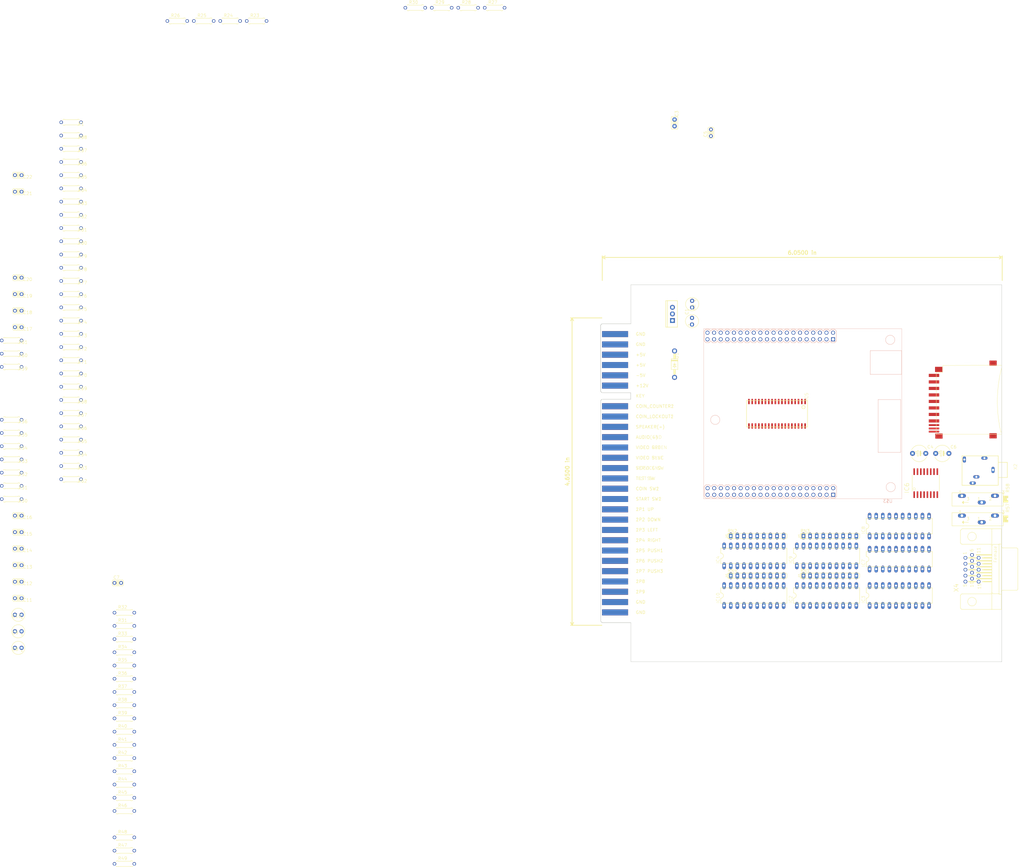
<source format=kicad_pcb>
(kicad_pcb (version 20171130) (host pcbnew "(5.0.0)")
  (title_block (title MystiqueJamma) (date 2018-09-26))
  (layers (0 Top signal) (31 Bottom signal) (34 B.Paste user) (35 F.Paste user) (36 B.SilkS user) (37 F.SilkS user) (38 B.Mask user) (39 F.Mask user) (44 Edge.Cuts user))
  (net 0 "")
  (net 1 +5V)
  (net 2 -5V)
  (net 3 GND)
  (net 4 +3V3)
  (net 5 +12V)
  (net 6 "Net-(C1-Pad+)")
  (net 7 "Net-(IC2-Pad19)")
  (net 8 "Net-(IC2-Pad18)")
  (net 9 "Net-(IC2-Pad17)")
  (net 10 "Net-(IC2-Pad16)")
  (net 11 "Net-(IC2-Pad15)")
  (net 12 "Net-(IC2-Pad14)")
  (net 13 "Net-(IC2-Pad13)")
  (net 14 "Net-(IC2-Pad12)")
  (net 15 "Net-(IC2-Pad11)")
  (net 16 /BTN-4)
  (net 17 /RIGHT)
  (net 18 /BTN-1)
  (net 19 /LEFT)
  (net 20 /DOWN)
  (net 21 /BTN-3)
  (net 22 /BTN-2)
  (net 23 /UP)
  (net 24 "Net-(IC2-Pad1)")
  (net 25 "Net-(IC4-Pad18)")
  (net 26 "Net-(IC4-Pad17)")
  (net 27 "Net-(IC4-Pad16)")
  (net 28 "Net-(IC4-Pad15)")
  (net 29 "Net-(IC4-Pad14)")
  (net 30 "Net-(IC4-Pad13)")
  (net 31 "Net-(IC4-Pad12)")
  (net 32 "Net-(IC4-Pad11)")
  (net 33 "Net-(IC4-Pad9)")
  (net 34 /START)
  (net 35 /COIN_COUNT)
  (net 36 /COIN_SW)
  (net 37 /BTN-6)
  (net 38 "Net-(IC4-Pad8)")
  (net 39 "Net-(IC4-Pad7)")
  (net 40 /BTN-5)
  (net 41 "Net-(IC4-Pad1)")
  (net 42 "Net-(U$2-PadGP3)")
  (net 43 "Net-(U$2-PadCD)")
  (net 44 "Net-(U$2-Pad9)")
  (net 45 /SD_CS)
  (net 46 /SD_DATAIN)
  (net 47 /SD_SCLK)
  (net 48 /SD_DATAOUT)
  (net 49 "Net-(U$2-Pad8)")
  (net 50 "Net-(U$2-PadWP)")
  (net 51 /SRAM_A18)
  (net 52 /SRAM_A17)
  (net 53 /SRAM_A16)
  (net 54 /SRAM_A15)
  (net 55 /SRAM_OE)
  (net 56 /SRAM_IO7)
  (net 57 /SRAM_IO6)
  (net 58 /SRAM_IO5)
  (net 59 /SRAM_IO4)
  (net 60 /SRAM_A14)
  (net 61 /SRAM_A13)
  (net 62 /SRAM_A12)
  (net 63 /SRAM_A11)
  (net 64 /SRAM_A10)
  (net 65 /SRAM_A9)
  (net 66 /SRAM_A8)
  (net 67 /SRAM_A7)
  (net 68 /SRAM_A6)
  (net 69 /SRAM_A5)
  (net 70 /SRAM_WE)
  (net 71 /SRAM_IO3)
  (net 72 /SRAM_IO2)
  (net 73 /SRAM_IO1)
  (net 74 /SRAM_IO0)
  (net 75 /SRAM_CE)
  (net 76 /SRAM_A4)
  (net 77 /SRAM_A3)
  (net 78 /SRAM_A2)
  (net 79 /SRAM_A1)
  (net 80 /SRAM_A0)
  (net 81 /R_A)
  (net 82 /DAC_VREF)
  (net 83 /L_A)
  (net 84 /I2S_DATA)
  (net 85 /IS2_WS)
  (net 86 /I2S_BCK)
  (net 87 /R_AUDIO)
  (net 88 /L_AUDIO)
  (net 89 /P1B5)
  (net 90 /P1B4)
  (net 91 /P1B3)
  (net 92 /P1B2)
  (net 93 /P1B1)
  (net 94 /P1RH)
  (net 95 /P1LH)
  (net 96 /P1DW)
  (net 97 /P1UP)
  (net 98 /P1START)
  (net 99 /COINSW1)
  (net 100 "Net-(JAMMA1-Pad15)")
  (net 101 /JVIDEO_BLUE)
  (net 102 /JVIDEO_RED)
  (net 103 "Net-(JAMMA1-Pad11)")
  (net 104 /JAMMA_SPK+)
  (net 105 "Net-(JAMMA1-Pad9)")
  (net 106 "Net-(JAMMA1-Pad8)")
  (net 107 /+12)
  (net 108 "Net-(JAMMA2-Pad_D)")
  (net 109 "Net-(JAMMA2-Pad_C)")
  (net 110 "Net-(JAMMA2-Pad_B)")
  (net 111 "Net-(JAMMA2-Pad_A)")
  (net 112 "Net-(JAMMA2-PadZ)")
  (net 113 "Net-(JAMMA2-PadY)")
  (net 114 "Net-(JAMMA2-PadX)")
  (net 115 "Net-(JAMMA2-PadW)")
  (net 116 "Net-(JAMMA2-PadV)")
  (net 117 "Net-(JAMMA2-PadU)")
  (net 118 "Net-(JAMMA2-PadT)")
  (net 119 "Net-(JAMMA2-PadS)")
  (net 120 "Net-(JAMMA2-PadR)")
  (net 121 /VGA_HSYNC)
  (net 122 /JVIDEO_GREEN)
  (net 123 "Net-(JAMMA2-PadM)")
  (net 124 "Net-(JAMMA2-PadK)")
  (net 125 "Net-(JAMMA2-PadJ)")
  (net 126 /12+)
  (net 127 /JAMMA_AUDIO)
  (net 128 "Net-(R28-Pad1)")
  (net 129 "Net-(R29-Pad1)")
  (net 130 "Net-(IC3-Pad18)")
  (net 131 "Net-(IC3-Pad17)")
  (net 132 "Net-(IC3-Pad16)")
  (net 133 "Net-(IC3-Pad15)")
  (net 134 "Net-(IC3-Pad14)")
  (net 135 "Net-(IC3-Pad13)")
  (net 136 "Net-(IC3-Pad12)")
  (net 137 "Net-(IC3-Pad11)")
  (net 138 /G3)
  (net 139 /R3)
  (net 140 /G0)
  (net 141 /R2)
  (net 142 /R1)
  (net 143 /G2)
  (net 144 /G1)
  (net 145 /R0)
  (net 146 "Net-(IC3-Pad1)")
  (net 147 "Net-(IC7-Pad18)")
  (net 148 "Net-(IC7-Pad17)")
  (net 149 "Net-(IC7-Pad16)")
  (net 150 "Net-(IC7-Pad15)")
  (net 151 "Net-(IC7-Pad14)")
  (net 152 "Net-(IC7-Pad13)")
  (net 153 "Net-(IC7-Pad12)")
  (net 154 "Net-(IC7-Pad11)")
  (net 155 /GATE)
  (net 156 /B3)
  (net 157 /HSY)
  (net 158 /B2)
  (net 159 /B1)
  (net 160 /CSY)
  (net 161 /VSY)
  (net 162 /B0)
  (net 163 "Net-(IC7-Pad1)")
  (net 164 "Net-(U$3-PadI0_103)")
  (net 165 "Net-(U$3-PadI0_105)")
  (net 166 "Net-(U$3-PadI0_110)")
  (net 167 "Net-(U$3-PadI0_112)")
  (net 168 "Net-(U$3-PadI0_114)")
  (net 169 "Net-(U$3-PadI0_101)")
  (net 170 "Net-(U$3-PadI0_104)")
  (net 171 "Net-(U$3-PadI0_106)")
  (net 172 "Net-(U$3-PadI0_111)")
  (net 173 "Net-(U$3-PadI0_113)")
  (net 174 "Net-(U$3-PadI0_119)")
  (net 175 "Net-(U$3-PadI0_115)")
  (net 176 "Net-(U$3-PadI0_121)")
  (net 177 "Net-(U$3-PadI0_125)")
  (net 178 "Net-(U$3-PadI0_127)")
  (net 179 "Net-(U$3-PadI0_129)")
  (net 180 "Net-(U$3-PadI0_132)")
  (net 181 "Net-(U$3-PadI0_120)")
  (net 182 "Net-(U$3-PadI0_124)")
  (net 183 "Net-(U$3-PadI0_126)")
  (net 184 "Net-(U$3-PadI0_128)")
  (net 185 "Net-(U$3-PadI0_133)")
  (net 186 "Net-(U$3-PadI0_135)")
  (net 187 "Net-(U$3-PadI0_136)")
  (net 188 "Net-(U$3-PadI0_137)")
  (net 189 "Net-(U$3-PadI0_141)")
  (net 190 "Net-(U$3-PadI0_143)")
  (net 191 "Net-(U$3-PadI0_1)")
  (net 192 "Net-(U$3-PadI0_3)")
  (net 193 "Net-(U$3-PadI0_10)")
  (net 194 "Net-(U$3-PadI0_138)")
  (net 195 "Net-(U$3-PadI0_142)")
  (net 196 "Net-(U$3-PadI0_144)")
  (net 197 "Net-(U$3-PadI0_2)")
  (net 198 "Net-(U$3-PadI0_7)")
  (net 199 "Net-(U$3-PadI0_11)")
  (net 200 "Net-(U$3-PadI0_99)")
  (net 201 "Net-(U$3-PadI0_90)")
  (net 202 "Net-(U$3-PadI0_88)")
  (net 203 "Net-(U$3-PadI0_71)")
  (net 204 "Net-(U$3-PadI0_69)")
  (net 205 "Net-(U$3-PadI0_100)")
  (net 206 "Net-(U$3-PadI0_91)")
  (net 207 "Net-(U$3-PadI0_89)")
  (net 208 "Net-(U$3-PadI0_72)")
  (net 209 "Net-(U$3-PadI0_70)")
  (net 210 "Net-(U$3-PadI0_68)")
  (net 211 "Net-(U$3-PadI0_67)")
  (net 212 "Net-(U$3-PadI0_66)")
  (net 213 "Net-(U$3-PadI0_65)")
  (net 214 "Net-(U$3-PadI0_60)")
  (net 215 "Net-(U$3-PadI0_58)")
  (net 216 "Net-(U$3-PadI0_54)")
  (net 217 "Net-(U$3-PadI0_52)")
  (net 218 "Net-(U$3-PadI0_64)")
  (net 219 "Net-(U$3-PadI0_59)")
  (net 220 "Net-(U$3-PadI0_55)")
  (net 221 "Net-(U$3-PadI0_53)")
  (net 222 "Net-(U$3-PadI0_51)")
  (net 223 "Net-(U$3-PadI0_50)")
  (net 224 "Net-(U$3-PadI0_49)")
  (net 225 "Net-(U$3-PadI0_46)")
  (net 226 "Net-(U$3-PadI0_43)")
  (net 227 "Net-(U$3-PadI0_39)")
  (net 228 "Net-(U$3-PadI0_34)")
  (net 229 "Net-(U$3-PadI0_32)")
  (net 230 "Net-(U$3-PadI0_30)")
  (net 231 "Net-(U$3-PadI0_44)")
  (net 232 "Net-(U$3-PadI0_42)")
  (net 233 "Net-(U$3-PadI0_38)")
  (net 234 "Net-(U$3-PadI0_33)")
  (net 235 "Net-(U$3-PadI0_31)")
  (net 236 "Net-(U$3-PadI0_28)")
  (net 237 "Net-(C16-Pad1)")
  (net 238 "Net-(IC8-Pad18)")
  (net 239 "Net-(C15-Pad1)")
  (net 240 "Net-(IC8-Pad15)")
  (net 241 "Net-(IC8-Pad13)")
  (net 242 /BURST_GATE)
  (net 243 "Net-(C14-Pad1)")
  (net 244 "Net-(C13-Pad1)")
  (net 245 "Net-(C9-Pad+)")
  (net 246 "Net-(C11-Pad1)")
  (net 247 "Net-(C8-Pad+)")
  (net 248 "Net-(C10-Pad+)")
  (net 249 "Net-(C12-Pad1)")
  (net 250 /VGA-RED)
  (net 251 /VGA-GREEN)
  (net 252 /VGA-BLUE)
  (net 253 /VGA-HSYNC)
  (net 254 /VGA-VSYNC)
  (net 255 /JAMMA-CSYNC)
  (net 256 "Net-(X4-Pad11)")
  (net 257 "Net-(X4-Pad12)")
  (net 258 "Net-(X4-Pad15)")
  (net 259 "Net-(X4-Pad4)")
  (net 260 /VGA_DETECT)
  (net 261 "Net-(X4-Pad9)")
  (net 262 /JAMMA-RED)
  (net 263 /JAMMA-GREEN)
  (net 264 /JAMA-BLUE)
  (net 265 "Net-(R53-Pad1)")
  (net 266 "Net-(R55-Pad1)")
  (net 267 /2P-SELECT)
  (net 268 "Net-(IC9-Pad18)")
  (net 269 "Net-(IC9-Pad17)")
  (net 270 "Net-(IC9-Pad16)")
  (net 271 "Net-(IC9-Pad15)")
  (net 272 "Net-(IC9-Pad14)")
  (net 273 "Net-(IC9-Pad13)")
  (net 274 "Net-(IC9-Pad12)")
  (net 275 "Net-(IC9-Pad11)")
  (net 276 "Net-(IC9-Pad1)")
  (net 277 "Net-(IC10-Pad18)")
  (net 278 "Net-(IC10-Pad17)")
  (net 279 "Net-(IC10-Pad16)")
  (net 280 "Net-(IC10-Pad15)")
  (net 281 "Net-(IC10-Pad14)")
  (net 282 "Net-(IC10-Pad13)")
  (net 283 "Net-(IC10-Pad12)")
  (net 284 "Net-(IC10-Pad11)")
  (net 285 "Net-(IC10-Pad9)")
  (net 286 /VIDEOMODE)
  (net 287 /TILT_SW)
  (net 288 "Net-(IC10-Pad1)")
  (net 289 "Net-(RN2-Pad9)")
  (net 290 "Net-(RN2-Pad8)")
  (net 291 "Net-(RN2-Pad7)")
  (net 292 "Net-(RN4-Pad9)")
  (net 293 /N$46)
  (net 294 /N$47)
  (net 295 /N$61)
  (net 296 /N$62)
  (net 297 /N$63)
  (net 298 /N$64)
  (net 299 /N$65)
  (net 300 /N$66)
  (net 301 /N$67)
  (net 302 /N$68)
  (net 303 /N$69)
  (net 304 /N$70)
  (net 305 /N$71)
  (net 306 /N$72)
  (net 307 /N$73)
  (net 308 /N$74)
  (net 309 /N$75)
  (net 310 /N$76)
  (net 311 /N$77)
  (net 312 /N$78)
  (net 313 /N$79)
  (net 314 /N$80)
  (net 315 /N$81)
  (net 316 /N$82)
  (net 317 /N$83)
  (net 318 /N$84)
  (net 319 /N$85)
  (module MystiqueJamma:E6V33 (layer Bottom) (at 237.49 121.92 180)
    (fp_text reference U$3 (at 3.81 -34.29 180) (layer B.SilkS) (effects (font (size 1.2065 1.2065) (thickness 0.127)) (justify left bottom mirror)))
    (fp_text value C4E6-K"")
    (pad I0_28 thru_hole rect (at 26.67 -31.1404 180) (size 1.524 1.524) (drill 1.016) (layers *.Cu *.Mask) (net 236 "Net-(U$3-PadI0_28)"))
    (pad I0_31 thru_hole circle (at 29.21 -31.1404 180) (size 1.524 1.524) (drill 1.016) (layers *.Cu *.Mask) (net 235 "Net-(U$3-PadI0_31)"))
    (pad I0_33 thru_hole circle (at 31.75 -31.1404 180) (size 1.524 1.524) (drill 1.016) (layers *.Cu *.Mask) (net 234 "Net-(U$3-PadI0_33)"))
    (pad I0_38 thru_hole circle (at 34.29 -31.1404 180) (size 1.524 1.524) (drill 1.016) (layers *.Cu *.Mask) (net 233 "Net-(U$3-PadI0_38)"))
    (pad I0_42 thru_hole circle (at 36.83 -31.1404 180) (size 1.524 1.524) (drill 1.016) (layers *.Cu *.Mask) (net 232 "Net-(U$3-PadI0_42)"))
    (pad I0_44 thru_hole circle (at 39.37 -31.1404 180) (size 1.524 1.524) (drill 1.016) (layers *.Cu *.Mask) (net 231 "Net-(U$3-PadI0_44)"))
    (pad I0_30 thru_hole circle (at 26.67 -28.6004 180) (size 1.524 1.524) (drill 1.016) (layers *.Cu *.Mask) (net 230 "Net-(U$3-PadI0_30)"))
    (pad I0_32 thru_hole circle (at 29.21 -28.6004 180) (size 1.524 1.524) (drill 1.016) (layers *.Cu *.Mask) (net 229 "Net-(U$3-PadI0_32)"))
    (pad I0_34 thru_hole circle (at 31.75 -28.6004 180) (size 1.524 1.524) (drill 1.016) (layers *.Cu *.Mask) (net 228 "Net-(U$3-PadI0_34)"))
    (pad I0_39 thru_hole circle (at 34.29 -28.6004 180) (size 1.524 1.524) (drill 1.016) (layers *.Cu *.Mask) (net 227 "Net-(U$3-PadI0_39)"))
    (pad I0_43 thru_hole circle (at 36.83 -28.6004 180) (size 1.524 1.524) (drill 1.016) (layers *.Cu *.Mask) (net 226 "Net-(U$3-PadI0_43)"))
    (pad I0_46 thru_hole circle (at 39.37 -28.6004 180) (size 1.524 1.524) (drill 1.016) (layers *.Cu *.Mask) (net 225 "Net-(U$3-PadI0_46)"))
    (pad I0_49 thru_hole circle (at 41.91 -31.1404 180) (size 1.524 1.524) (drill 1.016) (layers *.Cu *.Mask) (net 224 "Net-(U$3-PadI0_49)"))
    (pad I0_50 thru_hole circle (at 41.91 -28.6004 180) (size 1.524 1.524) (drill 1.016) (layers *.Cu *.Mask) (net 223 "Net-(U$3-PadI0_50)"))
    (pad I0_51 thru_hole circle (at 44.45 -31.1404 180) (size 1.524 1.524) (drill 1.016) (layers *.Cu *.Mask) (net 222 "Net-(U$3-PadI0_51)"))
    (pad GND1 thru_hole circle (at 46.99 -31.1404 180) (size 1.524 1.524) (drill 1.016) (layers *.Cu *.Mask) (net 3 GND))
    (pad I0_53 thru_hole circle (at 49.53 -31.1404 180) (size 1.524 1.524) (drill 1.016) (layers *.Cu *.Mask) (net 221 "Net-(U$3-PadI0_53)"))
    (pad I0_55 thru_hole circle (at 52.07 -31.1404 180) (size 1.524 1.524) (drill 1.016) (layers *.Cu *.Mask) (net 220 "Net-(U$3-PadI0_55)"))
    (pad I0_59 thru_hole circle (at 54.61 -31.1404 180) (size 1.524 1.524) (drill 1.016) (layers *.Cu *.Mask) (net 219 "Net-(U$3-PadI0_59)"))
    (pad I0_64 thru_hole circle (at 57.15 -31.1404 180) (size 1.524 1.524) (drill 1.016) (layers *.Cu *.Mask) (net 218 "Net-(U$3-PadI0_64)"))
    (pad I0_52 thru_hole circle (at 44.45 -28.6004 180) (size 1.524 1.524) (drill 1.016) (layers *.Cu *.Mask) (net 217 "Net-(U$3-PadI0_52)"))
    (pad GND2 thru_hole circle (at 46.99 -28.6004 180) (size 1.524 1.524) (drill 1.016) (layers *.Cu *.Mask) (net 3 GND))
    (pad I0_54 thru_hole circle (at 49.53 -28.6004 180) (size 1.524 1.524) (drill 1.016) (layers *.Cu *.Mask) (net 216 "Net-(U$3-PadI0_54)"))
    (pad I0_58 thru_hole circle (at 52.07 -28.6004 180) (size 1.524 1.524) (drill 1.016) (layers *.Cu *.Mask) (net 215 "Net-(U$3-PadI0_58)"))
    (pad I0_60 thru_hole circle (at 54.61 -28.6004 180) (size 1.524 1.524) (drill 1.016) (layers *.Cu *.Mask) (net 214 "Net-(U$3-PadI0_60)"))
    (pad I0_65 thru_hole circle (at 57.15 -28.6004 180) (size 1.524 1.524) (drill 1.016) (layers *.Cu *.Mask) (net 213 "Net-(U$3-PadI0_65)"))
    (pad I0_66 thru_hole circle (at 59.69 -31.1404 180) (size 1.524 1.524) (drill 1.016) (layers *.Cu *.Mask) (net 212 "Net-(U$3-PadI0_66)"))
    (pad I0_67 thru_hole circle (at 59.69 -28.6004 180) (size 1.524 1.524) (drill 1.016) (layers *.Cu *.Mask) (net 211 "Net-(U$3-PadI0_67)"))
    (pad I0_68 thru_hole circle (at 62.23 -31.1404 180) (size 1.524 1.524) (drill 1.016) (layers *.Cu *.Mask) (net 210 "Net-(U$3-PadI0_68)"))
    (pad I0_70 thru_hole circle (at 64.77 -31.1404 180) (size 1.524 1.524) (drill 1.016) (layers *.Cu *.Mask) (net 209 "Net-(U$3-PadI0_70)"))
    (pad I0_72 thru_hole circle (at 67.31 -31.1404 180) (size 1.524 1.524) (drill 1.016) (layers *.Cu *.Mask) (net 208 "Net-(U$3-PadI0_72)"))
    (pad I0_89 thru_hole circle (at 69.85 -31.1404 180) (size 1.524 1.524) (drill 1.016) (layers *.Cu *.Mask) (net 207 "Net-(U$3-PadI0_89)"))
    (pad I0_91 thru_hole circle (at 72.39 -31.1404 180) (size 1.524 1.524) (drill 1.016) (layers *.Cu *.Mask) (net 206 "Net-(U$3-PadI0_91)"))
    (pad I0_100 thru_hole circle (at 74.93 -31.1404 180) (size 1.524 1.524) (drill 1.016) (layers *.Cu *.Mask) (net 205 "Net-(U$3-PadI0_100)"))
    (pad I0_69 thru_hole circle (at 62.23 -28.6004 180) (size 1.524 1.524) (drill 1.016) (layers *.Cu *.Mask) (net 204 "Net-(U$3-PadI0_69)"))
    (pad I0_71 thru_hole circle (at 64.77 -28.6004 180) (size 1.524 1.524) (drill 1.016) (layers *.Cu *.Mask) (net 203 "Net-(U$3-PadI0_71)"))
    (pad I0_88 thru_hole circle (at 67.31 -28.6004 180) (size 1.524 1.524) (drill 1.016) (layers *.Cu *.Mask) (net 202 "Net-(U$3-PadI0_88)"))
    (pad I0_90 thru_hole circle (at 69.85 -28.6004 180) (size 1.524 1.524) (drill 1.016) (layers *.Cu *.Mask) (net 201 "Net-(U$3-PadI0_90)"))
    (pad I0_99 thru_hole circle (at 72.39 -28.6004 180) (size 1.524 1.524) (drill 1.016) (layers *.Cu *.Mask) (net 200 "Net-(U$3-PadI0_99)"))
    (pad VCC1 thru_hole circle (at 74.93 -28.6004 180) (size 1.524 1.524) (drill 1.016) (layers *.Cu *.Mask) (net 4 +3V3))
    (pad I0_11 thru_hole rect (at 26.7208 28.6004 180) (size 1.524 1.524) (drill 1.016) (layers *.Cu *.Mask) (net 199 "Net-(U$3-PadI0_11)"))
    (pad I0_7 thru_hole circle (at 29.2608 28.6004 180) (size 1.524 1.524) (drill 1.016) (layers *.Cu *.Mask) (net 198 "Net-(U$3-PadI0_7)"))
    (pad I0_2 thru_hole circle (at 31.8008 28.6004 180) (size 1.524 1.524) (drill 1.016) (layers *.Cu *.Mask) (net 197 "Net-(U$3-PadI0_2)"))
    (pad I0_144 thru_hole circle (at 34.3408 28.6004 180) (size 1.524 1.524) (drill 1.016) (layers *.Cu *.Mask) (net 196 "Net-(U$3-PadI0_144)"))
    (pad I0_142 thru_hole circle (at 36.8808 28.6004 180) (size 1.524 1.524) (drill 1.016) (layers *.Cu *.Mask) (net 195 "Net-(U$3-PadI0_142)"))
    (pad I0_138 thru_hole circle (at 39.4208 28.6004 180) (size 1.524 1.524) (drill 1.016) (layers *.Cu *.Mask) (net 194 "Net-(U$3-PadI0_138)"))
    (pad I0_10 thru_hole circle (at 26.7208 31.1404 180) (size 1.524 1.524) (drill 1.016) (layers *.Cu *.Mask) (net 193 "Net-(U$3-PadI0_10)"))
    (pad I0_3 thru_hole circle (at 29.2608 31.1404 180) (size 1.524 1.524) (drill 1.016) (layers *.Cu *.Mask) (net 192 "Net-(U$3-PadI0_3)"))
    (pad I0_1 thru_hole circle (at 31.8008 31.1404 180) (size 1.524 1.524) (drill 1.016) (layers *.Cu *.Mask) (net 191 "Net-(U$3-PadI0_1)"))
    (pad I0_143 thru_hole circle (at 34.3408 31.1404 180) (size 1.524 1.524) (drill 1.016) (layers *.Cu *.Mask) (net 190 "Net-(U$3-PadI0_143)"))
    (pad I0_141 thru_hole circle (at 36.8808 31.1404 180) (size 1.524 1.524) (drill 1.016) (layers *.Cu *.Mask) (net 189 "Net-(U$3-PadI0_141)"))
    (pad I0_137 thru_hole circle (at 39.4208 31.1404 180) (size 1.524 1.524) (drill 1.016) (layers *.Cu *.Mask) (net 188 "Net-(U$3-PadI0_137)"))
    (pad I0_136 thru_hole circle (at 41.9608 28.6004 180) (size 1.524 1.524) (drill 1.016) (layers *.Cu *.Mask) (net 187 "Net-(U$3-PadI0_136)"))
    (pad I0_135 thru_hole circle (at 41.9608 31.1404 180) (size 1.524 1.524) (drill 1.016) (layers *.Cu *.Mask) (net 186 "Net-(U$3-PadI0_135)"))
    (pad I0_133 thru_hole circle (at 44.5008 28.6004 180) (size 1.524 1.524) (drill 1.016) (layers *.Cu *.Mask) (net 185 "Net-(U$3-PadI0_133)"))
    (pad GND3 thru_hole circle (at 47.0408 28.6004 180) (size 1.524 1.524) (drill 1.016) (layers *.Cu *.Mask) (net 3 GND))
    (pad I0_128 thru_hole circle (at 49.5808 28.6004 180) (size 1.524 1.524) (drill 1.016) (layers *.Cu *.Mask) (net 184 "Net-(U$3-PadI0_128)"))
    (pad I0_126 thru_hole circle (at 52.1208 28.6004 180) (size 1.524 1.524) (drill 1.016) (layers *.Cu *.Mask) (net 183 "Net-(U$3-PadI0_126)"))
    (pad I0_124 thru_hole circle (at 54.6608 28.6004 180) (size 1.524 1.524) (drill 1.016) (layers *.Cu *.Mask) (net 182 "Net-(U$3-PadI0_124)"))
    (pad I0_120 thru_hole circle (at 57.2008 28.6004 180) (size 1.524 1.524) (drill 1.016) (layers *.Cu *.Mask) (net 181 "Net-(U$3-PadI0_120)"))
    (pad I0_132 thru_hole circle (at 44.5008 31.1404 180) (size 1.524 1.524) (drill 1.016) (layers *.Cu *.Mask) (net 180 "Net-(U$3-PadI0_132)"))
    (pad GND4 thru_hole circle (at 47.0408 31.1404 180) (size 1.524 1.524) (drill 1.016) (layers *.Cu *.Mask) (net 3 GND))
    (pad I0_129 thru_hole circle (at 49.5808 31.1404 180) (size 1.524 1.524) (drill 1.016) (layers *.Cu *.Mask) (net 179 "Net-(U$3-PadI0_129)"))
    (pad I0_127 thru_hole circle (at 52.1208 31.1404 180) (size 1.524 1.524) (drill 1.016) (layers *.Cu *.Mask) (net 178 "Net-(U$3-PadI0_127)"))
    (pad I0_125 thru_hole circle (at 54.6608 31.1404 180) (size 1.524 1.524) (drill 1.016) (layers *.Cu *.Mask) (net 177 "Net-(U$3-PadI0_125)"))
    (pad I0_121 thru_hole circle (at 57.2008 31.1404 180) (size 1.524 1.524) (drill 1.016) (layers *.Cu *.Mask) (net 176 "Net-(U$3-PadI0_121)"))
    (pad I0_115 thru_hole circle (at 59.7408 28.6004 180) (size 1.524 1.524) (drill 1.016) (layers *.Cu *.Mask) (net 175 "Net-(U$3-PadI0_115)"))
    (pad I0_119 thru_hole circle (at 59.7408 31.1404 180) (size 1.524 1.524) (drill 1.016) (layers *.Cu *.Mask) (net 174 "Net-(U$3-PadI0_119)"))
    (pad I0_113 thru_hole circle (at 62.2808 28.6004 180) (size 1.524 1.524) (drill 1.016) (layers *.Cu *.Mask) (net 173 "Net-(U$3-PadI0_113)"))
    (pad I0_111 thru_hole circle (at 64.8208 28.6004 180) (size 1.524 1.524) (drill 1.016) (layers *.Cu *.Mask) (net 172 "Net-(U$3-PadI0_111)"))
    (pad I0_106 thru_hole circle (at 67.3608 28.6004 180) (size 1.524 1.524) (drill 1.016) (layers *.Cu *.Mask) (net 171 "Net-(U$3-PadI0_106)"))
    (pad I0_104 thru_hole circle (at 69.9008 28.6004 180) (size 1.524 1.524) (drill 1.016) (layers *.Cu *.Mask) (net 170 "Net-(U$3-PadI0_104)"))
    (pad I0_101 thru_hole circle (at 72.4408 28.6004 180) (size 1.524 1.524) (drill 1.016) (layers *.Cu *.Mask) (net 169 "Net-(U$3-PadI0_101)"))
    (pad VCC2 thru_hole circle (at 74.9808 28.6004 180) (size 1.524 1.524) (drill 1.016) (layers *.Cu *.Mask) (net 4 +3V3))
    (pad I0_114 thru_hole circle (at 62.2808 31.1404 180) (size 1.524 1.524) (drill 1.016) (layers *.Cu *.Mask) (net 168 "Net-(U$3-PadI0_114)"))
    (pad I0_112 thru_hole circle (at 64.8208 31.1404 180) (size 1.524 1.524) (drill 1.016) (layers *.Cu *.Mask) (net 167 "Net-(U$3-PadI0_112)"))
    (pad I0_110 thru_hole circle (at 67.3608 31.1404 180) (size 1.524 1.524) (drill 1.016) (layers *.Cu *.Mask) (net 166 "Net-(U$3-PadI0_110)"))
    (pad I0_105 thru_hole circle (at 69.9008 31.1404 180) (size 1.524 1.524) (drill 1.016) (layers *.Cu *.Mask) (net 165 "Net-(U$3-PadI0_105)"))
    (pad I0_103 thru_hole circle (at 72.4408 31.1404 180) (size 1.524 1.524) (drill 1.016) (layers *.Cu *.Mask) (net 164 "Net-(U$3-PadI0_103)"))
    (pad VCC3 thru_hole circle (at 74.9808 31.1404 180) (size 1.524 1.524) (drill 1.016) (layers *.Cu *.Mask) (net 4 +3V3))
  )
  (module MountingHole:MountingHole_4mm (layer Top) (at 137.61 212.6)
    (fp_text reference REF** hide)
    (fp_text value MountingHole_4mm hide)
    (pad 1 np_thru_hole circle (at 0 0) (size 4 4) (drill 4) (layers *.Cu *.Mask))
  )
  (module MountingHole:MountingHole_4mm (layer Top) (at 271.12 212.6)
    (fp_text reference REF** hide)
    (fp_text value MountingHole_4mm hide)
    (pad 1 np_thru_hole circle (at 0 0) (size 4 4) (drill 4) (layers *.Cu *.Mask))
  )
  (module MountingHole:MountingHole_4mm (layer Top) (at 271.12 76.81)
    (fp_text reference REF** hide)
    (fp_text value MountingHole_4mm hide)
    (pad 1 np_thru_hole circle (at 0 0) (size 4 4) (drill 4) (layers *.Cu *.Mask))
  )
  (module MountingHole:MountingHole_4mm (layer Top) (at 137.61 76.81)
    (fp_text reference REF** hide)
    (fp_text value MountingHole_4mm hide)
    (pad 1 np_thru_hole circle (at 0 0) (size 4 4) (drill 4) (layers *.Cu *.Mask))
  )
  (module MystiqueJamma:E2,5-5 (layer Top) (at 156.5656 86.36 90)
    (fp_text reference C1 (at 2.413 -1.27 90) (layer F.SilkS) (effects (font (size 1.2065 1.2065) (thickness 0.127)) (justify left bottom)))
    (fp_text value 10uF)
    (pad - thru_hole circle (at 1.27 0 90) (size 1.6002 1.6002) (drill 0.8128) (layers *.Cu *.Mask) (net 3 GND))
    (pad + thru_hole circle (at -1.27 0 90) (size 1.6002 1.6002) (drill 0.8128) (layers *.Cu *.Mask) (net 6 "Net-(C1-Pad+)"))
  )
  (module MystiqueJamma:E2,5-5 (layer Top) (at 156.6164 79.8068 270)
    (fp_text reference C2 (at 2.413 -1.27 270) (layer F.SilkS) (effects (font (size 1.2065 1.2065) (thickness 0.127)) (justify left bottom)))
    (fp_text value 10uF)
    (pad - thru_hole circle (at 1.27 0 270) (size 1.6002 1.6002) (drill 0.8128) (layers *.Cu *.Mask) (net 3 GND))
    (pad + thru_hole circle (at -1.27 0 270) (size 1.6002 1.6002) (drill 0.8128) (layers *.Cu *.Mask) (net 1 +5V))
  )
  (module MystiqueJamma:C025-025X050 (layer Top) (at 149.86 10.16 270)
    (fp_text reference C3 (at -2.286 -1.524 270) (layer F.SilkS) (effects (font (size 1.2065 1.2065) (thickness 0.127)) (justify left bottom)))
    (fp_text value 100nF)
    (pad 1 thru_hole circle (at -1.27 0 270) (size 1.6764 1.6764) (drill 0.8128) (layers *.Cu *.Mask) (net 1 +5V))
    (pad 2 thru_hole circle (at 1.27 0 270) (size 1.6764 1.6764) (drill 0.8128) (layers *.Cu *.Mask) (net 3 GND))
  )
  (module MystiqueJamma:E5-6 (layer Top) (at 243.84 137.16)
    (fp_text reference C4 (at 3.048 -1.778) (layer F.SilkS) (effects (font (size 1.2065 1.2065) (thickness 0.127)) (justify left bottom)))
    (fp_text value 4.7uF)
    (pad - thru_hole circle (at 2.54 0) (size 1.905 1.905) (drill 0.8128) (layers *.Cu *.Mask) (net 87 /R_AUDIO))
    (pad + thru_hole circle (at -2.54 0) (size 1.905 1.905) (drill 0.8128) (layers *.Cu *.Mask) (net 81 /R_A))
  )
  (module MystiqueJamma:C025-024X044 (layer Top) (at 163.83 13.97 90)
    (fp_text reference C5 (at -1.778 -1.397 90) (layer F.SilkS) (effects (font (size 1.2065 1.2065) (thickness 0.127)) (justify left bottom)))
    (fp_text value 100nF)
    (pad 1 thru_hole circle (at -1.27 0 90) (size 1.4224 1.4224) (drill 0.8128) (layers *.Cu *.Mask) (net 4 +3V3))
    (pad 2 thru_hole circle (at 1.27 0 90) (size 1.4224 1.4224) (drill 0.8128) (layers *.Cu *.Mask) (net 3 GND))
  )
  (module MystiqueJamma:E5-6 (layer Top) (at 252.73 137.16)
    (fp_text reference C6 (at 3.048 -1.778) (layer F.SilkS) (effects (font (size 1.2065 1.2065) (thickness 0.127)) (justify left bottom)))
    (fp_text value 4.7uF)
    (pad - thru_hole circle (at 2.54 0) (size 1.905 1.905) (drill 0.8128) (layers *.Cu *.Mask) (net 88 /L_AUDIO))
    (pad + thru_hole circle (at -2.54 0) (size 1.905 1.905) (drill 0.8128) (layers *.Cu *.Mask) (net 83 /L_A))
  )
  (module MystiqueJamma:DO41-10 (layer Top) (at 149.86 102.87 270)
    (fp_text reference D1 (at -2.032 -1.651 270) (layer F.SilkS) (effects (font (size 1.2065 1.2065) (thickness 0.127)) (justify left bottom)))
    (fp_text value 1N4004)
    (pad A thru_hole circle (at 5.08 0 270) (size 1.9304 1.9304) (drill 1.1176) (layers *.Cu *.Mask) (net 5 +12V))
    (pad C thru_hole circle (at -5.08 0 270) (size 1.9304 1.9304) (drill 1.1176) (layers *.Cu *.Mask) (net 6 "Net-(C1-Pad+)"))
  )
  (module MystiqueJamma:TO220-IGO (layer Top) (at 149.0472 83.566 90)
    (fp_text reference IC1 hide)
    (fp_text value 7805 hide)
    (pad IN thru_hole rect (at -2.54 0 90) (size 1.8796 1.8796) (drill 1) (layers *.Cu *.Mask) (net 6 "Net-(C1-Pad+)"))
    (pad GND thru_hole circle (at 0 0 90) (size 1.8796 1.8796) (drill 1) (layers *.Cu *.Mask) (net 3 GND))
    (pad OUT thru_hole circle (at 2.54 0 90) (size 1.8796 1.8796) (drill 1) (layers *.Cu *.Mask) (net 1 +5V))
  )
  (module MystiqueJamma:DIL20 (layer Top) (at 208.28 191.77)
    (fp_text reference IC2 (at -13.081 3.048 90) (layer F.SilkS) (effects (font (size 1.2065 1.2065) (thickness 0.1016)) (justify left bottom)))
    (fp_text value 74245N)
    (pad 1 thru_hole oval (at -11.43 3.81 90) (size 2.6416 1.3208) (drill 0.8128) (layers *.Cu *.Mask) (net 24 "Net-(IC2-Pad1)"))
    (pad 2 thru_hole oval (at -8.89 3.81 90) (size 2.6416 1.3208) (drill 0.8128) (layers *.Cu *.Mask) (net 23 /UP))
    (pad 7 thru_hole oval (at 3.81 3.81 90) (size 2.6416 1.3208) (drill 0.8128) (layers *.Cu *.Mask) (net 22 /BTN-2))
    (pad 8 thru_hole oval (at 6.35 3.81 90) (size 2.6416 1.3208) (drill 0.8128) (layers *.Cu *.Mask) (net 21 /BTN-3))
    (pad 3 thru_hole oval (at -6.35 3.81 90) (size 2.6416 1.3208) (drill 0.8128) (layers *.Cu *.Mask) (net 20 /DOWN))
    (pad 4 thru_hole oval (at -3.81 3.81 90) (size 2.6416 1.3208) (drill 0.8128) (layers *.Cu *.Mask) (net 19 /LEFT))
    (pad 6 thru_hole oval (at 1.27 3.81 90) (size 2.6416 1.3208) (drill 0.8128) (layers *.Cu *.Mask) (net 18 /BTN-1))
    (pad 5 thru_hole oval (at -1.27 3.81 90) (size 2.6416 1.3208) (drill 0.8128) (layers *.Cu *.Mask) (net 17 /RIGHT))
    (pad 9 thru_hole oval (at 8.89 3.81 90) (size 2.6416 1.3208) (drill 0.8128) (layers *.Cu *.Mask) (net 16 /BTN-4))
    (pad 10 thru_hole oval (at 11.43 3.81 90) (size 2.6416 1.3208) (drill 0.8128) (layers *.Cu *.Mask) (net 3 GND))
    (pad 11 thru_hole oval (at 11.43 -3.81 90) (size 2.6416 1.3208) (drill 0.8128) (layers *.Cu *.Mask) (net 15 "Net-(IC2-Pad11)"))
    (pad 12 thru_hole oval (at 8.89 -3.81 90) (size 2.6416 1.3208) (drill 0.8128) (layers *.Cu *.Mask) (net 14 "Net-(IC2-Pad12)"))
    (pad 13 thru_hole oval (at 6.35 -3.81 90) (size 2.6416 1.3208) (drill 0.8128) (layers *.Cu *.Mask) (net 13 "Net-(IC2-Pad13)"))
    (pad 14 thru_hole oval (at 3.81 -3.81 90) (size 2.6416 1.3208) (drill 0.8128) (layers *.Cu *.Mask) (net 12 "Net-(IC2-Pad14)"))
    (pad 15 thru_hole oval (at 1.27 -3.81 90) (size 2.6416 1.3208) (drill 0.8128) (layers *.Cu *.Mask) (net 11 "Net-(IC2-Pad15)"))
    (pad 16 thru_hole oval (at -1.27 -3.81 90) (size 2.6416 1.3208) (drill 0.8128) (layers *.Cu *.Mask) (net 10 "Net-(IC2-Pad16)"))
    (pad 17 thru_hole oval (at -3.81 -3.81 90) (size 2.6416 1.3208) (drill 0.8128) (layers *.Cu *.Mask) (net 9 "Net-(IC2-Pad17)"))
    (pad 18 thru_hole oval (at -6.35 -3.81 90) (size 2.6416 1.3208) (drill 0.8128) (layers *.Cu *.Mask) (net 8 "Net-(IC2-Pad18)"))
    (pad 19 thru_hole oval (at -8.89 -3.81 90) (size 2.6416 1.3208) (drill 0.8128) (layers *.Cu *.Mask) (net 7 "Net-(IC2-Pad19)"))
    (pad 20 thru_hole oval (at -11.43 -3.81 90) (size 2.6416 1.3208) (drill 0.8128) (layers *.Cu *.Mask) (net 4 +3V3))
  )
  (module MystiqueJamma:DIL20 (layer Top) (at 180.34 176.53)
    (fp_text reference IC4 (at -13.081 3.048 90) (layer F.SilkS) (effects (font (size 1.2065 1.2065) (thickness 0.1016)) (justify left bottom)))
    (fp_text value 74245N)
    (pad 1 thru_hole oval (at -11.43 3.81 90) (size 2.6416 1.3208) (drill 0.8128) (layers *.Cu *.Mask) (net 41 "Net-(IC4-Pad1)"))
    (pad 2 thru_hole oval (at -8.89 3.81 90) (size 2.6416 1.3208) (drill 0.8128) (layers *.Cu *.Mask) (net 40 /BTN-5))
    (pad 7 thru_hole oval (at 3.81 3.81 90) (size 2.6416 1.3208) (drill 0.8128) (layers *.Cu *.Mask) (net 39 "Net-(IC4-Pad7)"))
    (pad 8 thru_hole oval (at 6.35 3.81 90) (size 2.6416 1.3208) (drill 0.8128) (layers *.Cu *.Mask) (net 38 "Net-(IC4-Pad8)"))
    (pad 3 thru_hole oval (at -6.35 3.81 90) (size 2.6416 1.3208) (drill 0.8128) (layers *.Cu *.Mask) (net 37 /BTN-6))
    (pad 4 thru_hole oval (at -3.81 3.81 90) (size 2.6416 1.3208) (drill 0.8128) (layers *.Cu *.Mask) (net 36 /COIN_SW))
    (pad 6 thru_hole oval (at 1.27 3.81 90) (size 2.6416 1.3208) (drill 0.8128) (layers *.Cu *.Mask) (net 35 /COIN_COUNT))
    (pad 5 thru_hole oval (at -1.27 3.81 90) (size 2.6416 1.3208) (drill 0.8128) (layers *.Cu *.Mask) (net 34 /START))
    (pad 9 thru_hole oval (at 8.89 3.81 90) (size 2.6416 1.3208) (drill 0.8128) (layers *.Cu *.Mask) (net 33 "Net-(IC4-Pad9)"))
    (pad 10 thru_hole oval (at 11.43 3.81 90) (size 2.6416 1.3208) (drill 0.8128) (layers *.Cu *.Mask) (net 3 GND))
    (pad 11 thru_hole oval (at 11.43 -3.81 90) (size 2.6416 1.3208) (drill 0.8128) (layers *.Cu *.Mask) (net 32 "Net-(IC4-Pad11)"))
    (pad 12 thru_hole oval (at 8.89 -3.81 90) (size 2.6416 1.3208) (drill 0.8128) (layers *.Cu *.Mask) (net 31 "Net-(IC4-Pad12)"))
    (pad 13 thru_hole oval (at 6.35 -3.81 90) (size 2.6416 1.3208) (drill 0.8128) (layers *.Cu *.Mask) (net 30 "Net-(IC4-Pad13)"))
    (pad 14 thru_hole oval (at 3.81 -3.81 90) (size 2.6416 1.3208) (drill 0.8128) (layers *.Cu *.Mask) (net 29 "Net-(IC4-Pad14)"))
    (pad 15 thru_hole oval (at 1.27 -3.81 90) (size 2.6416 1.3208) (drill 0.8128) (layers *.Cu *.Mask) (net 28 "Net-(IC4-Pad15)"))
    (pad 16 thru_hole oval (at -1.27 -3.81 90) (size 2.6416 1.3208) (drill 0.8128) (layers *.Cu *.Mask) (net 27 "Net-(IC4-Pad16)"))
    (pad 17 thru_hole oval (at -3.81 -3.81 90) (size 2.6416 1.3208) (drill 0.8128) (layers *.Cu *.Mask) (net 26 "Net-(IC4-Pad17)"))
    (pad 18 thru_hole oval (at -6.35 -3.81 90) (size 2.6416 1.3208) (drill 0.8128) (layers *.Cu *.Mask) (net 25 "Net-(IC4-Pad18)"))
    (pad 19 thru_hole oval (at -8.89 -3.81 90) (size 2.6416 1.3208) (drill 0.8128) (layers *.Cu *.Mask) (net 7 "Net-(IC2-Pad19)"))
    (pad 20 thru_hole oval (at -11.43 -3.81 90) (size 2.6416 1.3208) (drill 0.8128) (layers *.Cu *.Mask) (net 4 +3V3))
  )
  (module MystiqueJamma:SOJV36-400 (layer Top) (at 189.23 121.92 180)
    (fp_text reference IC5 (at -12.065 5.08 270) (layer F.SilkS) (effects (font (size 1.2065 1.2065) (thickness 0.1016)) (justify left bottom)))
    (fp_text value CY7C1049CV33)
    (pad 1 smd rect (at -10.795 4.699 180) (size 0.635 2.032) (layers Top F.Paste F.Mask) (net 80 /SRAM_A0))
    (pad 2 smd rect (at -9.525 4.699 180) (size 0.635 2.032) (layers Top F.Paste F.Mask) (net 79 /SRAM_A1))
    (pad 3 smd rect (at -8.255 4.699 180) (size 0.635 2.032) (layers Top F.Paste F.Mask) (net 78 /SRAM_A2))
    (pad 4 smd rect (at -6.985 4.699 180) (size 0.635 2.032) (layers Top F.Paste F.Mask) (net 77 /SRAM_A3))
    (pad 5 smd rect (at -5.715 4.699 180) (size 0.635 2.032) (layers Top F.Paste F.Mask) (net 76 /SRAM_A4))
    (pad 6 smd rect (at -4.445 4.699 180) (size 0.635 2.032) (layers Top F.Paste F.Mask) (net 75 /SRAM_CE))
    (pad 7 smd rect (at -3.175 4.699 180) (size 0.635 2.032) (layers Top F.Paste F.Mask) (net 74 /SRAM_IO0))
    (pad 8 smd rect (at -1.905 4.699 180) (size 0.635 2.032) (layers Top F.Paste F.Mask) (net 73 /SRAM_IO1))
    (pad 9 smd rect (at -0.635 4.699 180) (size 0.635 2.032) (layers Top F.Paste F.Mask) (net 4 +3V3))
    (pad 10 smd rect (at 0.635 4.699 180) (size 0.635 2.032) (layers Top F.Paste F.Mask) (net 3 GND))
    (pad 11 smd rect (at 1.905 4.699 180) (size 0.635 2.032) (layers Top F.Paste F.Mask) (net 72 /SRAM_IO2))
    (pad 12 smd rect (at 3.175 4.699 180) (size 0.635 2.032) (layers Top F.Paste F.Mask) (net 71 /SRAM_IO3))
    (pad 13 smd rect (at 4.445 4.699 180) (size 0.635 2.032) (layers Top F.Paste F.Mask) (net 70 /SRAM_WE))
    (pad 14 smd rect (at 5.715 4.699 180) (size 0.635 2.032) (layers Top F.Paste F.Mask) (net 69 /SRAM_A5))
    (pad 15 smd rect (at 6.985 4.699 180) (size 0.635 2.032) (layers Top F.Paste F.Mask) (net 68 /SRAM_A6))
    (pad 16 smd rect (at 8.255 4.699 180) (size 0.635 2.032) (layers Top F.Paste F.Mask) (net 67 /SRAM_A7))
    (pad 17 smd rect (at 9.525 4.699 180) (size 0.635 2.032) (layers Top F.Paste F.Mask) (net 66 /SRAM_A8))
    (pad 18 smd rect (at 10.795 4.699 180) (size 0.635 2.032) (layers Top F.Paste F.Mask) (net 65 /SRAM_A9))
    (pad 19 smd rect (at 10.795 -4.699) (size 0.635 2.032) (layers Top F.Paste F.Mask))
    (pad 20 smd rect (at 9.525 -4.699) (size 0.635 2.032) (layers Top F.Paste F.Mask) (net 64 /SRAM_A10))
    (pad 21 smd rect (at 8.255 -4.699) (size 0.635 2.032) (layers Top F.Paste F.Mask) (net 63 /SRAM_A11))
    (pad 22 smd rect (at 6.985 -4.699) (size 0.635 2.032) (layers Top F.Paste F.Mask) (net 62 /SRAM_A12))
    (pad 23 smd rect (at 5.715 -4.699) (size 0.635 2.032) (layers Top F.Paste F.Mask) (net 61 /SRAM_A13))
    (pad 24 smd rect (at 4.445 -4.699) (size 0.635 2.032) (layers Top F.Paste F.Mask) (net 60 /SRAM_A14))
    (pad 25 smd rect (at 3.175 -4.699) (size 0.635 2.032) (layers Top F.Paste F.Mask) (net 59 /SRAM_IO4))
    (pad 26 smd rect (at 1.905 -4.699) (size 0.635 2.032) (layers Top F.Paste F.Mask) (net 58 /SRAM_IO5))
    (pad 27 smd rect (at 0.635 -4.699) (size 0.635 2.032) (layers Top F.Paste F.Mask) (net 4 +3V3))
    (pad 28 smd rect (at -0.635 -4.699) (size 0.635 2.032) (layers Top F.Paste F.Mask) (net 3 GND))
    (pad 29 smd rect (at -1.905 -4.699) (size 0.635 2.032) (layers Top F.Paste F.Mask) (net 57 /SRAM_IO6))
    (pad 30 smd rect (at -3.175 -4.699) (size 0.635 2.032) (layers Top F.Paste F.Mask) (net 56 /SRAM_IO7))
    (pad 31 smd rect (at -4.445 -4.699) (size 0.635 2.032) (layers Top F.Paste F.Mask) (net 55 /SRAM_OE))
    (pad 32 smd rect (at -5.715 -4.699) (size 0.635 2.032) (layers Top F.Paste F.Mask) (net 54 /SRAM_A15))
    (pad 33 smd rect (at -6.985 -4.699) (size 0.635 2.032) (layers Top F.Paste F.Mask) (net 53 /SRAM_A16))
    (pad 34 smd rect (at -8.255 -4.699) (size 0.635 2.032) (layers Top F.Paste F.Mask) (net 52 /SRAM_A17))
    (pad 35 smd rect (at -9.525 -4.699) (size 0.635 2.032) (layers Top F.Paste F.Mask) (net 51 /SRAM_A18))
    (pad 36 smd rect (at -10.795 -4.699) (size 0.635 2.032) (layers Top F.Paste F.Mask))
  )
  (module MystiqueJamma:SOIC-16NW (layer Top) (at 246.38 148.59)
    (fp_text reference IC6 (at -6.27 4 90) (layer F.SilkS) (effects (font (size 1.6891 1.6891) (thickness 0.14224)) (justify left bottom)))
    (fp_text value TDA1543T)
    (pad 1 smd rect (at -4.445 4.415) (size 0.6 2.54) (layers Top F.Paste F.Mask))
    (pad 2 smd rect (at -3.175 4.415) (size 0.6 2.54) (layers Top F.Paste F.Mask))
    (pad 3 smd rect (at -1.905 4.415) (size 0.6 2.54) (layers Top F.Paste F.Mask) (net 86 /I2S_BCK))
    (pad 4 smd rect (at -0.635 4.415) (size 0.6 2.54) (layers Top F.Paste F.Mask) (net 85 /IS2_WS))
    (pad 5 smd rect (at 0.635 4.415) (size 0.6 2.54) (layers Top F.Paste F.Mask) (net 84 /I2S_DATA))
    (pad 6 smd rect (at 1.905 4.415) (size 0.6 2.54) (layers Top F.Paste F.Mask) (net 3 GND))
    (pad 7 smd rect (at 3.175 4.415) (size 0.6 2.54) (layers Top F.Paste F.Mask))
    (pad 8 smd rect (at 4.445 4.415) (size 0.6 2.54) (layers Top F.Paste F.Mask))
    (pad 9 smd rect (at 4.445 -4.415) (size 0.6 2.54) (layers Top F.Paste F.Mask))
    (pad 10 smd rect (at 3.175 -4.415) (size 0.6 2.54) (layers Top F.Paste F.Mask))
    (pad 11 smd rect (at 1.905 -4.415) (size 0.6 2.54) (layers Top F.Paste F.Mask) (net 1 +5V))
    (pad 12 smd rect (at 0.635 -4.415) (size 0.6 2.54) (layers Top F.Paste F.Mask) (net 83 /L_A))
    (pad 13 smd rect (at -0.635 -4.415) (size 0.6 2.54) (layers Top F.Paste F.Mask) (net 82 /DAC_VREF))
    (pad 14 smd rect (at -1.905 -4.415) (size 0.6 2.54) (layers Top F.Paste F.Mask) (net 81 /R_A))
    (pad 15 smd rect (at -3.175 -4.415) (size 0.6 2.54) (layers Top F.Paste F.Mask))
    (pad 16 smd rect (at -4.445 -4.415) (size 0.6 2.54) (layers Top F.Paste F.Mask))
  )
  (module MystiqueJamma:JAMMA_TOP (layer Top) (at 127 144.78 270)
    (fp_text reference JAMMA1 hide)
    (fp_text value JAMMA_TOP hide)
    (fp_line (start -57.4 -6) (end -57.4 5) (layer Edge.Cuts) (width 0.127))
    (fp_line (start 57.4 -6) (end 57.4 5) (layer Edge.Cuts) (width 0.127))
    (fp_line (start -57.4 5) (end -56.9 5.5) (layer Edge.Cuts) (width 0.127))
    (fp_line (start 56.9 5.5) (end 57.4 5) (layer Edge.Cuts) (width 0.127))
    (fp_line (start -56.9 5.5) (end -31.45 5.5) (layer Edge.Cuts) (width 0.127))
    (fp_line (start -27.95 5.5) (end 56.9 5.5) (layer Edge.Cuts) (width 0.127))
    (fp_line (start -28.45 5) (end -27.95 5.5) (layer Edge.Cuts) (width 0.127))
    (fp_line (start -31.45 5.5) (end -30.95 5) (layer Edge.Cuts) (width 0.127))
    (fp_line (start -28.45 5) (end -28.45 -6) (layer Edge.Cuts) (width 0.127))
    (fp_line (start -30.95 5) (end -30.95 -6) (layer Edge.Cuts) (width 0.127))
    (fp_line (start -30.95 -6) (end -28.45 -6) (layer Edge.Cuts) (width 0.127))
    (fp_text user GND (at -53.46 -7.92) (layer F.SilkS) (effects (font (size 1.2065 1.2065) (thickness 0.1016)) (justify left)))
    (fp_text user GND (at -49.5 -7.92) (layer F.SilkS) (effects (font (size 1.2065 1.2065) (thickness 0.1016)) (justify left)))
    (fp_text user +5V (at -45.54 -7.92) (layer F.SilkS) (effects (font (size 1.2065 1.2065) (thickness 0.1016)) (justify left)))
    (fp_text user +5V (at -41.58 -7.92) (layer F.SilkS) (effects (font (size 1.2065 1.2065) (thickness 0.1016)) (justify left)))
    (fp_text user -5V (at -37.62 -7.92) (layer F.SilkS) (effects (font (size 1.2065 1.2065) (thickness 0.1016)) (justify left)))
    (fp_text user +12V (at -33.66 -7.92) (layer F.SilkS) (effects (font (size 1.2065 1.2065) (thickness 0.1016)) (justify left)))
    (fp_text user KEY (at -29.7 -7.92) (layer F.SilkS) (effects (font (size 1.2065 1.2065) (thickness 0.1016)) (justify left)))
    (fp_text user COIN_COUNTER1 (at -25.74 -7.92) (layer F.SilkS) (effects (font (size 1.2065 1.2065) (thickness 0.1016)) (justify left)))
    (fp_text user COIN_LOCKOUT1 (at -21.78 -7.92) (layer F.SilkS) (effects (font (size 1.2065 1.2065) (thickness 0.1016)) (justify left)))
    (fp_text user "SPEAKER(+)" (at -17.82 -7.92) (layer F.SilkS) (effects (font (size 1.2065 1.2065) (thickness 0.1016)) (justify left)))
    (fp_text user "AUDIO(+)" (at -13.86 -7.92) (layer F.SilkS) (effects (font (size 1.2065 1.2065) (thickness 0.1016)) (justify left)))
    (fp_text user "VIDEO RED" (at -9.9 -7.92) (layer F.SilkS) (effects (font (size 1.2065 1.2065) (thickness 0.1016)) (justify left)))
    (fp_text user "VIDEO BLUE" (at -5.94 -7.92) (layer F.SilkS) (effects (font (size 1.2065 1.2065) (thickness 0.1016)) (justify left)))
    (fp_text user "VIDEO GND" (at -1.98 -7.92) (layer F.SilkS) (effects (font (size 1.2065 1.2065) (thickness 0.1016)) (justify left)))
    (fp_text user "TEST SW" (at 1.98 -7.92) (layer F.SilkS) (effects (font (size 1.2065 1.2065) (thickness 0.1016)) (justify left)))
    (fp_text user "COIN SW1" (at 5.94 -7.92) (layer F.SilkS) (effects (font (size 1.2065 1.2065) (thickness 0.1016)) (justify left)))
    (fp_text user "START SW1" (at 9.9 -7.92) (layer F.SilkS) (effects (font (size 1.2065 1.2065) (thickness 0.1016)) (justify left)))
    (fp_text user "1P1 UP" (at 13.86 -7.92) (layer F.SilkS) (effects (font (size 1.2065 1.2065) (thickness 0.1016)) (justify left)))
    (fp_text user "1P2 DOWN" (at 17.82 -7.92) (layer F.SilkS) (effects (font (size 1.2065 1.2065) (thickness 0.1016)) (justify left)))
    (fp_text user "1P3 LEFT" (at 21.78 -7.92) (layer F.SilkS) (effects (font (size 1.2065 1.2065) (thickness 0.1016)) (justify left)))
    (fp_text user "1P4 RIGHT" (at 25.74 -7.92) (layer F.SilkS) (effects (font (size 1.2065 1.2065) (thickness 0.1016)) (justify left)))
    (fp_text user "1P5 PUSH1" (at 29.7 -7.92) (layer F.SilkS) (effects (font (size 1.2065 1.2065) (thickness 0.1016)) (justify left)))
    (fp_text user "1P6 PUSH2" (at 33.66 -7.92) (layer F.SilkS) (effects (font (size 1.2065 1.2065) (thickness 0.1016)) (justify left)))
    (fp_text user "1P7 PUSH3" (at 37.62 -7.92) (layer F.SilkS) (effects (font (size 1.2065 1.2065) (thickness 0.1016)) (justify left)))
    (fp_text user 1P8 (at 41.58 -7.92) (layer F.SilkS) (effects (font (size 1.2065 1.2065) (thickness 0.1016)) (justify left)))
    (fp_text user 1P9 (at 45.54 -7.92) (layer F.SilkS) (effects (font (size 1.2065 1.2065) (thickness 0.1016)) (justify left)))
    (fp_text user GND (at 49.5 -7.92) (layer F.SilkS) (effects (font (size 1.2065 1.2065) (thickness 0.1016)) (justify left)))
    (fp_text user GND (at 53.46 -7.92) (layer F.SilkS) (effects (font (size 1.2065 1.2065) (thickness 0.1016)) (justify left)))
    (pad 1 smd rect (at -53.46 0 270) (size 2.3 10) (layers Top F.Paste F.Mask) (net 3 GND))
    (pad 2 smd rect (at -49.5 0 270) (size 2.3 10) (layers Top F.Paste F.Mask) (net 3 GND))
    (pad 3 smd rect (at -45.54 0 270) (size 2.3 10) (layers Top F.Paste F.Mask) (net 1 +5V))
    (pad 4 smd rect (at -41.58 0 270) (size 2.3 10) (layers Top F.Paste F.Mask) (net 1 +5V))
    (pad 5 smd rect (at -37.62 0 270) (size 2.3 10) (layers Top F.Paste F.Mask) (net 2 -5V))
    (pad 6 smd rect (at -33.66 0 270) (size 2.3 10) (layers Top F.Paste F.Mask) (net 107 /+12))
    (pad 8 smd rect (at -25.74 0 270) (size 2.3 10) (layers Top F.Paste F.Mask) (net 106 "Net-(JAMMA1-Pad8)"))
    (pad 9 smd rect (at -21.78 0 270) (size 2.3 10) (layers Top F.Paste F.Mask) (net 105 "Net-(JAMMA1-Pad9)"))
    (pad 10 smd rect (at -17.82 0 270) (size 2.3 10) (layers Top F.Paste F.Mask) (net 104 /JAMMA_SPK+))
    (pad 11 smd rect (at -13.86 0 270) (size 2.3 10) (layers Top F.Paste F.Mask) (net 103 "Net-(JAMMA1-Pad11)"))
    (pad 12 smd rect (at -9.9 0 270) (size 2.3 10) (layers Top F.Paste F.Mask) (net 102 /JVIDEO_RED))
    (pad 13 smd rect (at -5.94 0 270) (size 2.3 10) (layers Top F.Paste F.Mask) (net 101 /JVIDEO_BLUE))
    (pad 14 smd rect (at -1.98 0 270) (size 2.3 10) (layers Top F.Paste F.Mask) (net 3 GND))
    (pad 15 smd rect (at 1.98 0 270) (size 2.3 10) (layers Top F.Paste F.Mask) (net 100 "Net-(JAMMA1-Pad15)"))
    (pad 16 smd rect (at 5.94 0 270) (size 2.3 10) (layers Top F.Paste F.Mask) (net 99 /COINSW1))
    (pad 17 smd rect (at 9.9 0 270) (size 2.3 10) (layers Top F.Paste F.Mask) (net 98 /P1START))
    (pad 18 smd rect (at 13.86 0 270) (size 2.3 10) (layers Top F.Paste F.Mask) (net 97 /P1UP))
    (pad 19 smd rect (at 17.82 0 270) (size 2.3 10) (layers Top F.Paste F.Mask) (net 96 /P1DW))
    (pad 20 smd rect (at 21.78 0 270) (size 2.3 10) (layers Top F.Paste F.Mask) (net 95 /P1LH))
    (pad 21 smd rect (at 25.74 0 270) (size 2.3 10) (layers Top F.Paste F.Mask) (net 94 /P1RH))
    (pad 22 smd rect (at 29.7 0 270) (size 2.3 10) (layers Top F.Paste F.Mask) (net 93 /P1B1))
    (pad 23 smd rect (at 33.66 0 270) (size 2.3 10) (layers Top F.Paste F.Mask) (net 92 /P1B2))
    (pad 24 smd rect (at 37.62 0 270) (size 2.3 10) (layers Top F.Paste F.Mask) (net 91 /P1B3))
    (pad 25 smd rect (at 41.58 0 270) (size 2.3 10) (layers Top F.Paste F.Mask) (net 90 /P1B4))
    (pad 26 smd rect (at 45.54 0 270) (size 2.3 10) (layers Top F.Paste F.Mask) (net 89 /P1B5))
    (pad 27 smd rect (at 49.5 0 270) (size 2.3 10) (layers Top F.Paste F.Mask) (net 3 GND))
    (pad 28 smd rect (at 53.46 0 270) (size 2.3 10) (layers Top F.Paste F.Mask) (net 3 GND))
  )
  (module MystiqueJamma:JAMMA_BOTTOM (layer Top) (at 127 144.78 270)
    (fp_text reference JAMMA2 hide)
    (fp_text value JAMMA_BOTTOM hide)
    (fp_line (start -57.4 -6) (end -57.4 5) (layer Edge.Cuts) (width 0.127))
    (fp_line (start 57.4 -6) (end 57.4 5) (layer Edge.Cuts) (width 0.127))
    (fp_line (start -57.4 5) (end -56.9 5.5) (layer Edge.Cuts) (width 0.127))
    (fp_line (start 56.9 5.5) (end 57.4 5) (layer Edge.Cuts) (width 0.127))
    (fp_line (start -56.9 5.5) (end -31.45 5.5) (layer Edge.Cuts) (width 0.127))
    (fp_line (start -27.95 5.5) (end 56.9 5.5) (layer Edge.Cuts) (width 0.127))
    (fp_line (start -28.45 5) (end -27.95 5.5) (layer Edge.Cuts) (width 0.127))
    (fp_line (start -31.45 5.5) (end -30.95 5) (layer Edge.Cuts) (width 0.127))
    (fp_line (start -28.45 5) (end -28.45 -6) (layer Edge.Cuts) (width 0.127))
    (fp_line (start -30.95 5) (end -30.95 -6) (layer Edge.Cuts) (width 0.127))
    (fp_line (start -30.95 -6) (end -28.45 -6) (layer Edge.Cuts) (width 0.127))
    (fp_text user GND (at -53.46 -7.92) (layer F.SilkS) (effects (font (size 1.2065 1.2065) (thickness 0.1016)) (justify left)))
    (fp_text user GND (at -49.5 -7.92) (layer F.SilkS) (effects (font (size 1.2065 1.2065) (thickness 0.1016)) (justify left)))
    (fp_text user +5V (at -45.54 -7.92) (layer F.SilkS) (effects (font (size 1.2065 1.2065) (thickness 0.1016)) (justify left)))
    (fp_text user +5V (at -41.58 -7.92) (layer F.SilkS) (effects (font (size 1.2065 1.2065) (thickness 0.1016)) (justify left)))
    (fp_text user -5V (at -37.62 -7.92) (layer F.SilkS) (effects (font (size 1.2065 1.2065) (thickness 0.1016)) (justify left)))
    (fp_text user +12V (at -33.66 -7.92) (layer F.SilkS) (effects (font (size 1.2065 1.2065) (thickness 0.1016)) (justify left)))
    (fp_text user KEY (at -29.7 -7.92) (layer F.SilkS) (effects (font (size 1.2065 1.2065) (thickness 0.1016)) (justify left)))
    (fp_text user COIN_COUNTER2 (at -25.74 -7.92) (layer F.SilkS) (effects (font (size 1.2065 1.2065) (thickness 0.1016)) (justify left)))
    (fp_text user COIN_LOCKOUT2 (at -21.78 -7.92) (layer F.SilkS) (effects (font (size 1.2065 1.2065) (thickness 0.1016)) (justify left)))
    (fp_text user "SPEAKER(-)" (at -17.82 -7.92) (layer F.SilkS) (effects (font (size 1.2065 1.2065) (thickness 0.1016)) (justify left)))
    (fp_text user "AUDIO GND" (at -13.86 -7.92) (layer F.SilkS) (effects (font (size 1.2065 1.2065) (thickness 0.1016)) (justify left)))
    (fp_text user "VIDEO GREEN" (at -9.9 -7.92) (layer F.SilkS) (effects (font (size 1.2065 1.2065) (thickness 0.1016)) (justify left)))
    (fp_text user "VIDEO SYNC" (at -5.94 -7.92) (layer F.SilkS) (effects (font (size 1.2065 1.2065) (thickness 0.1016)) (justify left)))
    (fp_text user "SERVICE SW" (at -1.98 -7.92) (layer F.SilkS) (effects (font (size 1.2065 1.2065) (thickness 0.1016)) (justify left)))
    (fp_text user "TILT SW" (at 1.98 -7.92) (layer F.SilkS) (effects (font (size 1.2065 1.2065) (thickness 0.1016)) (justify left)))
    (fp_text user "COIN SW2" (at 5.94 -7.92) (layer F.SilkS) (effects (font (size 1.2065 1.2065) (thickness 0.1016)) (justify left)))
    (fp_text user "START SW2" (at 9.9 -7.92) (layer F.SilkS) (effects (font (size 1.2065 1.2065) (thickness 0.1016)) (justify left)))
    (fp_text user "2P1 UP" (at 13.86 -7.92) (layer F.SilkS) (effects (font (size 1.2065 1.2065) (thickness 0.1016)) (justify left)))
    (fp_text user "2P2 DOWN" (at 17.82 -7.92) (layer F.SilkS) (effects (font (size 1.2065 1.2065) (thickness 0.1016)) (justify left)))
    (fp_text user "2P3 LEFT" (at 21.78 -7.92) (layer F.SilkS) (effects (font (size 1.2065 1.2065) (thickness 0.1016)) (justify left)))
    (fp_text user "2P4 RIGHT" (at 25.74 -7.92) (layer F.SilkS) (effects (font (size 1.2065 1.2065) (thickness 0.1016)) (justify left)))
    (fp_text user "2P5 PUSH1" (at 29.7 -7.92) (layer F.SilkS) (effects (font (size 1.2065 1.2065) (thickness 0.1016)) (justify left)))
    (fp_text user "2P6 PUSH2" (at 33.66 -7.92) (layer F.SilkS) (effects (font (size 1.2065 1.2065) (thickness 0.1016)) (justify left)))
    (fp_text user "2P7 PUSH3" (at 37.62 -7.92) (layer F.SilkS) (effects (font (size 1.2065 1.2065) (thickness 0.1016)) (justify left)))
    (fp_text user 2P8 (at 41.58 -7.92) (layer F.SilkS) (effects (font (size 1.2065 1.2065) (thickness 0.1016)) (justify left)))
    (fp_text user 2P9 (at 45.54 -7.92) (layer F.SilkS) (effects (font (size 1.2065 1.2065) (thickness 0.1016)) (justify left)))
    (fp_text user GND (at 49.5 -7.92) (layer F.SilkS) (effects (font (size 1.2065 1.2065) (thickness 0.1016)) (justify left)))
    (fp_text user GND (at 53.46 -7.92) (layer F.SilkS) (effects (font (size 1.2065 1.2065) (thickness 0.1016)) (justify left)))
    (pad A smd rect (at -53.46 0 270) (size 2.3 10) (layers Bottom B.Paste B.Mask) (net 3 GND))
    (pad B smd rect (at -49.5 0 270) (size 2.3 10) (layers Bottom B.Paste B.Mask) (net 3 GND))
    (pad C smd rect (at -45.54 0 270) (size 2.3 10) (layers Bottom B.Paste B.Mask) (net 1 +5V))
    (pad D smd rect (at -41.58 0 270) (size 2.3 10) (layers Bottom B.Paste B.Mask) (net 1 +5V))
    (pad E smd rect (at -37.62 0 270) (size 2.3 10) (layers Bottom B.Paste B.Mask) (net 2 -5V))
    (pad F smd rect (at -33.66 0 270) (size 2.3 10) (layers Bottom B.Paste B.Mask) (net 126 /12+))
    (pad J smd rect (at -25.74 0 270) (size 2.3 10) (layers Bottom B.Paste B.Mask) (net 125 "Net-(JAMMA2-PadJ)"))
    (pad K smd rect (at -21.78 0 270) (size 2.3 10) (layers Bottom B.Paste B.Mask) (net 124 "Net-(JAMMA2-PadK)"))
    (pad L smd rect (at -17.82 0 270) (size 2.3 10) (layers Bottom B.Paste B.Mask) (net 3 GND))
    (pad M smd rect (at -13.86 0 270) (size 2.3 10) (layers Bottom B.Paste B.Mask) (net 123 "Net-(JAMMA2-PadM)"))
    (pad N smd rect (at -9.9 0 270) (size 2.3 10) (layers Bottom B.Paste B.Mask) (net 122 /JVIDEO_GREEN))
    (pad P smd rect (at -5.94 0 270) (size 2.3 10) (layers Bottom B.Paste B.Mask) (net 121 /VGA_HSYNC))
    (pad R smd rect (at -1.98 0 270) (size 2.3 10) (layers Bottom B.Paste B.Mask) (net 120 "Net-(JAMMA2-PadR)"))
    (pad S smd rect (at 1.98 0 270) (size 2.3 10) (layers Bottom B.Paste B.Mask) (net 119 "Net-(JAMMA2-PadS)"))
    (pad T smd rect (at 5.94 0 270) (size 2.3 10) (layers Bottom B.Paste B.Mask) (net 118 "Net-(JAMMA2-PadT)"))
    (pad U smd rect (at 9.9 0 270) (size 2.3 10) (layers Bottom B.Paste B.Mask) (net 117 "Net-(JAMMA2-PadU)"))
    (pad V smd rect (at 13.86 0 270) (size 2.3 10) (layers Bottom B.Paste B.Mask) (net 116 "Net-(JAMMA2-PadV)"))
    (pad W smd rect (at 17.82 0 270) (size 2.3 10) (layers Bottom B.Paste B.Mask) (net 115 "Net-(JAMMA2-PadW)"))
    (pad X smd rect (at 21.78 0 270) (size 2.3 10) (layers Bottom B.Paste B.Mask) (net 114 "Net-(JAMMA2-PadX)"))
    (pad Y smd rect (at 25.74 0 270) (size 2.3 10) (layers Bottom B.Paste B.Mask) (net 113 "Net-(JAMMA2-PadY)"))
    (pad Z smd rect (at 29.7 0 270) (size 2.3 10) (layers Bottom B.Paste B.Mask) (net 112 "Net-(JAMMA2-PadZ)"))
    (pad _A smd rect (at 33.66 0 270) (size 2.3 10) (layers Bottom B.Paste B.Mask) (net 111 "Net-(JAMMA2-Pad_A)"))
    (pad _B smd rect (at 37.62 0 270) (size 2.3 10) (layers Bottom B.Paste B.Mask) (net 110 "Net-(JAMMA2-Pad_B)"))
    (pad _C smd rect (at 41.58 0 270) (size 2.3 10) (layers Bottom B.Paste B.Mask) (net 109 "Net-(JAMMA2-Pad_C)"))
    (pad _D smd rect (at 45.54 0 270) (size 2.3 10) (layers Bottom B.Paste B.Mask) (net 108 "Net-(JAMMA2-Pad_D)"))
    (pad _E smd rect (at 49.5 0 270) (size 2.3 10) (layers Bottom B.Paste B.Mask) (net 3 GND))
    (pad _F smd rect (at 53.46 0 270) (size 2.3 10) (layers Bottom B.Paste B.Mask) (net 3 GND))
  )
  (module MystiqueJamma:0207_7 (layer Top) (at -10.7189 -28.9864)
    (fp_text reference R23 (at -2.54 -1.397) (layer F.SilkS) (effects (font (size 1.2065 1.2065) (thickness 0.127)) (justify left bottom)))
    (fp_text value 10k)
    (pad 2 thru_hole circle (at 3.81 0) (size 1.3208 1.3208) (drill 0.8128) (layers *.Cu *.Mask) (net 4 +3V3))
    (pad 1 thru_hole circle (at -3.81 0) (size 1.3208 1.3208) (drill 0.8128) (layers *.Cu *.Mask) (net 48 /SD_DATAOUT))
  )
  (module MystiqueJamma:0207_7 (layer Top) (at -20.8789 -28.9864)
    (fp_text reference R24 (at -2.54 -1.397) (layer F.SilkS) (effects (font (size 1.2065 1.2065) (thickness 0.127)) (justify left bottom)))
    (fp_text value 10k)
    (pad 2 thru_hole circle (at 3.81 0) (size 1.3208 1.3208) (drill 0.8128) (layers *.Cu *.Mask) (net 4 +3V3))
    (pad 1 thru_hole circle (at -3.81 0) (size 1.3208 1.3208) (drill 0.8128) (layers *.Cu *.Mask) (net 46 /SD_DATAIN))
  )
  (module MystiqueJamma:0207_7 (layer Top) (at -31.0389 -28.9864)
    (fp_text reference R25 (at -2.54 -1.397) (layer F.SilkS) (effects (font (size 1.2065 1.2065) (thickness 0.127)) (justify left bottom)))
    (fp_text value 1k)
    (pad 2 thru_hole circle (at 3.81 0) (size 1.3208 1.3208) (drill 0.8128) (layers *.Cu *.Mask) (net 82 /DAC_VREF))
    (pad 1 thru_hole circle (at -3.81 0) (size 1.3208 1.3208) (drill 0.8128) (layers *.Cu *.Mask) (net 3 GND))
  )
  (module MystiqueJamma:0207_7 (layer Top) (at -41.1989 -28.9864)
    (fp_text reference R26 (at -2.54 -1.397) (layer F.SilkS) (effects (font (size 1.2065 1.2065) (thickness 0.127)) (justify left bottom)))
    (fp_text value 2k)
    (pad 2 thru_hole circle (at 3.81 0) (size 1.3208 1.3208) (drill 0.8128) (layers *.Cu *.Mask) (net 83 /L_A))
    (pad 1 thru_hole circle (at -3.81 0) (size 1.3208 1.3208) (drill 0.8128) (layers *.Cu *.Mask) (net 3 GND))
  )
  (module MystiqueJamma:0207_7 (layer Top) (at 80.7211 -34.0664)
    (fp_text reference R27 (at -2.54 -1.397) (layer F.SilkS) (effects (font (size 1.2065 1.2065) (thickness 0.127)) (justify left bottom)))
    (fp_text value 2k)
    (pad 2 thru_hole circle (at 3.81 0) (size 1.3208 1.3208) (drill 0.8128) (layers *.Cu *.Mask) (net 81 /R_A))
    (pad 1 thru_hole circle (at -3.81 0) (size 1.3208 1.3208) (drill 0.8128) (layers *.Cu *.Mask) (net 3 GND))
  )
  (module MystiqueJamma:0207_7 (layer Top) (at 70.5611 -34.0664)
    (fp_text reference R28 (at -2.54 -1.397) (layer F.SilkS) (effects (font (size 1.2065 1.2065) (thickness 0.127)) (justify left bottom)))
    (fp_text value 470)
    (pad 2 thru_hole circle (at 3.81 0) (size 1.3208 1.3208) (drill 0.8128) (layers *.Cu *.Mask) (net 127 /JAMMA_AUDIO))
    (pad 1 thru_hole circle (at -3.81 0) (size 1.3208 1.3208) (drill 0.8128) (layers *.Cu *.Mask) (net 128 "Net-(R28-Pad1)"))
  )
  (module MystiqueJamma:0207_7 (layer Top) (at 60.4011 -34.0664)
    (fp_text reference R29 (at -2.54 -1.397) (layer F.SilkS) (effects (font (size 1.2065 1.2065) (thickness 0.127)) (justify left bottom)))
    (fp_text value 470)
    (pad 2 thru_hole circle (at 3.81 0) (size 1.3208 1.3208) (drill 0.8128) (layers *.Cu *.Mask) (net 127 /JAMMA_AUDIO))
    (pad 1 thru_hole circle (at -3.81 0) (size 1.3208 1.3208) (drill 0.8128) (layers *.Cu *.Mask) (net 129 "Net-(R29-Pad1)"))
  )
  (module MystiqueJamma:0207_7 (layer Top) (at 50.2411 -34.0664)
    (fp_text reference R30 (at -2.54 -1.397) (layer F.SilkS) (effects (font (size 1.2065 1.2065) (thickness 0.127)) (justify left bottom)))
    (fp_text value 20k)
    (pad 2 thru_hole circle (at 3.81 0) (size 1.3208 1.3208) (drill 0.8128) (layers *.Cu *.Mask) (net 127 /JAMMA_AUDIO))
    (pad 1 thru_hole circle (at -3.81 0) (size 1.3208 1.3208) (drill 0.8128) (layers *.Cu *.Mask) (net 3 GND))
  )
  (module MystiqueJamma:06132 (layer Top) (at 250.444 116.586 90)
    (fp_text reference U$2 hide)
    (fp_text value SDMMC06132 hide)
    (pad GP smd rect (at -13.8 21.8 180) (size 2.8 2) (layers Top F.Paste F.Mask) (net 3 GND))
    (pad GP2 smd rect (at 14.1 21.8 180) (size 2.8 2) (layers Top F.Paste F.Mask))
    (pad GP4 smd rect (at -13.9 1 180) (size 2.8 2) (layers Top F.Paste F.Mask))
    (pad WP smd rect (at -12.2 -0.9 180) (size 4 0.7) (layers Top F.Paste F.Mask) (net 50 "Net-(U$2-PadWP)"))
    (pad 8 smd rect (at -9.7 -0.9 180) (size 4 0.7) (layers Top F.Paste F.Mask) (net 49 "Net-(U$2-Pad8)"))
    (pad 7 smd rect (at -8.1 -0.9 180) (size 4 1.2) (layers Top F.Paste F.Mask) (net 48 /SD_DATAOUT))
    (pad 6 smd rect (at -5.6 -0.9 180) (size 4 1.2) (layers Top F.Paste F.Mask) (net 3 GND))
    (pad 5 smd rect (at -3.1 -0.9 180) (size 4 1.2) (layers Top F.Paste F.Mask) (net 47 /SD_SCLK))
    (pad 2 smd rect (at 4.4 -0.9 180) (size 4 1.2) (layers Top F.Paste F.Mask) (net 46 /SD_DATAIN))
    (pad 4 smd rect (at -0.6 -0.9 180) (size 4 1.2) (layers Top F.Paste F.Mask) (net 4 +3V3))
    (pad 1 smd rect (at 6.9 -0.9 180) (size 4 1.2) (layers Top F.Paste F.Mask) (net 45 /SD_CS))
    (pad 3 smd rect (at 1.9 -0.9 180) (size 4 1.2) (layers Top F.Paste F.Mask) (net 3 GND))
    (pad 9 smd rect (at 9.4 -0.9 180) (size 4 1.2) (layers Top F.Paste F.Mask) (net 44 "Net-(U$2-Pad9)"))
    (pad CD smd rect (at -11 -0.9 180) (size 4 0.7) (layers Top F.Paste F.Mask) (net 43 "Net-(U$2-PadCD)"))
    (pad GP3 smd rect (at 11.7 0.9 180) (size 2.8 2) (layers Top F.Paste F.Mask) (net 42 "Net-(U$2-PadGP3)"))
    (pad "" np_thru_hole circle (at -11.6 2.1 90) (size 1.1 1.1) (drill 1.1) (layers *.Cu))
    (pad "" np_thru_hole circle (at 9.5 2.1 90) (size 1.6 1.6) (drill 1.6) (layers *.Cu))
  )
  (module MystiqueJamma:DIL20 (layer Top) (at 236.22 191.77)
    (fp_text reference IC3 (at -13.081 3.048 90) (layer F.SilkS) (effects (font (size 1.2065 1.2065) (thickness 0.1016)) (justify left bottom)))
    (fp_text value 74245N)
    (pad 1 thru_hole oval (at -11.43 3.81 90) (size 2.6416 1.3208) (drill 0.8128) (layers *.Cu *.Mask) (net 146 "Net-(IC3-Pad1)"))
    (pad 2 thru_hole oval (at -8.89 3.81 90) (size 2.6416 1.3208) (drill 0.8128) (layers *.Cu *.Mask) (net 145 /R0))
    (pad 7 thru_hole oval (at 3.81 3.81 90) (size 2.6416 1.3208) (drill 0.8128) (layers *.Cu *.Mask) (net 144 /G1))
    (pad 8 thru_hole oval (at 6.35 3.81 90) (size 2.6416 1.3208) (drill 0.8128) (layers *.Cu *.Mask) (net 143 /G2))
    (pad 3 thru_hole oval (at -6.35 3.81 90) (size 2.6416 1.3208) (drill 0.8128) (layers *.Cu *.Mask) (net 142 /R1))
    (pad 4 thru_hole oval (at -3.81 3.81 90) (size 2.6416 1.3208) (drill 0.8128) (layers *.Cu *.Mask) (net 141 /R2))
    (pad 6 thru_hole oval (at 1.27 3.81 90) (size 2.6416 1.3208) (drill 0.8128) (layers *.Cu *.Mask) (net 140 /G0))
    (pad 5 thru_hole oval (at -1.27 3.81 90) (size 2.6416 1.3208) (drill 0.8128) (layers *.Cu *.Mask) (net 139 /R3))
    (pad 9 thru_hole oval (at 8.89 3.81 90) (size 2.6416 1.3208) (drill 0.8128) (layers *.Cu *.Mask) (net 138 /G3))
    (pad 10 thru_hole oval (at 11.43 3.81 90) (size 2.6416 1.3208) (drill 0.8128) (layers *.Cu *.Mask) (net 3 GND))
    (pad 11 thru_hole oval (at 11.43 -3.81 90) (size 2.6416 1.3208) (drill 0.8128) (layers *.Cu *.Mask) (net 137 "Net-(IC3-Pad11)"))
    (pad 12 thru_hole oval (at 8.89 -3.81 90) (size 2.6416 1.3208) (drill 0.8128) (layers *.Cu *.Mask) (net 136 "Net-(IC3-Pad12)"))
    (pad 13 thru_hole oval (at 6.35 -3.81 90) (size 2.6416 1.3208) (drill 0.8128) (layers *.Cu *.Mask) (net 135 "Net-(IC3-Pad13)"))
    (pad 14 thru_hole oval (at 3.81 -3.81 90) (size 2.6416 1.3208) (drill 0.8128) (layers *.Cu *.Mask) (net 134 "Net-(IC3-Pad14)"))
    (pad 15 thru_hole oval (at 1.27 -3.81 90) (size 2.6416 1.3208) (drill 0.8128) (layers *.Cu *.Mask) (net 133 "Net-(IC3-Pad15)"))
    (pad 16 thru_hole oval (at -1.27 -3.81 90) (size 2.6416 1.3208) (drill 0.8128) (layers *.Cu *.Mask) (net 132 "Net-(IC3-Pad16)"))
    (pad 17 thru_hole oval (at -3.81 -3.81 90) (size 2.6416 1.3208) (drill 0.8128) (layers *.Cu *.Mask) (net 131 "Net-(IC3-Pad17)"))
    (pad 18 thru_hole oval (at -6.35 -3.81 90) (size 2.6416 1.3208) (drill 0.8128) (layers *.Cu *.Mask) (net 130 "Net-(IC3-Pad18)"))
    (pad 19 thru_hole oval (at -8.89 -3.81 90) (size 2.6416 1.3208) (drill 0.8128) (layers *.Cu *.Mask) (net 3 GND))
    (pad 20 thru_hole oval (at -11.43 -3.81 90) (size 2.6416 1.3208) (drill 0.8128) (layers *.Cu *.Mask) (net 1 +5V))
  )
  (module MystiqueJamma:DIL20 (layer Top) (at 236.22 177.8)
    (fp_text reference IC7 (at -13.081 3.048 90) (layer F.SilkS) (effects (font (size 1.2065 1.2065) (thickness 0.1016)) (justify left bottom)))
    (fp_text value 74245N)
    (pad 1 thru_hole oval (at -11.43 3.81 90) (size 2.6416 1.3208) (drill 0.8128) (layers *.Cu *.Mask) (net 163 "Net-(IC7-Pad1)"))
    (pad 2 thru_hole oval (at -8.89 3.81 90) (size 2.6416 1.3208) (drill 0.8128) (layers *.Cu *.Mask) (net 162 /B0))
    (pad 7 thru_hole oval (at 3.81 3.81 90) (size 2.6416 1.3208) (drill 0.8128) (layers *.Cu *.Mask) (net 161 /VSY))
    (pad 8 thru_hole oval (at 6.35 3.81 90) (size 2.6416 1.3208) (drill 0.8128) (layers *.Cu *.Mask) (net 160 /CSY))
    (pad 3 thru_hole oval (at -6.35 3.81 90) (size 2.6416 1.3208) (drill 0.8128) (layers *.Cu *.Mask) (net 159 /B1))
    (pad 4 thru_hole oval (at -3.81 3.81 90) (size 2.6416 1.3208) (drill 0.8128) (layers *.Cu *.Mask) (net 158 /B2))
    (pad 6 thru_hole oval (at 1.27 3.81 90) (size 2.6416 1.3208) (drill 0.8128) (layers *.Cu *.Mask) (net 157 /HSY))
    (pad 5 thru_hole oval (at -1.27 3.81 90) (size 2.6416 1.3208) (drill 0.8128) (layers *.Cu *.Mask) (net 156 /B3))
    (pad 9 thru_hole oval (at 8.89 3.81 90) (size 2.6416 1.3208) (drill 0.8128) (layers *.Cu *.Mask) (net 155 /GATE))
    (pad 10 thru_hole oval (at 11.43 3.81 90) (size 2.6416 1.3208) (drill 0.8128) (layers *.Cu *.Mask) (net 3 GND))
    (pad 11 thru_hole oval (at 11.43 -3.81 90) (size 2.6416 1.3208) (drill 0.8128) (layers *.Cu *.Mask) (net 154 "Net-(IC7-Pad11)"))
    (pad 12 thru_hole oval (at 8.89 -3.81 90) (size 2.6416 1.3208) (drill 0.8128) (layers *.Cu *.Mask) (net 153 "Net-(IC7-Pad12)"))
    (pad 13 thru_hole oval (at 6.35 -3.81 90) (size 2.6416 1.3208) (drill 0.8128) (layers *.Cu *.Mask) (net 152 "Net-(IC7-Pad13)"))
    (pad 14 thru_hole oval (at 3.81 -3.81 90) (size 2.6416 1.3208) (drill 0.8128) (layers *.Cu *.Mask) (net 151 "Net-(IC7-Pad14)"))
    (pad 15 thru_hole oval (at 1.27 -3.81 90) (size 2.6416 1.3208) (drill 0.8128) (layers *.Cu *.Mask) (net 150 "Net-(IC7-Pad15)"))
    (pad 16 thru_hole oval (at -1.27 -3.81 90) (size 2.6416 1.3208) (drill 0.8128) (layers *.Cu *.Mask) (net 149 "Net-(IC7-Pad16)"))
    (pad 17 thru_hole oval (at -3.81 -3.81 90) (size 2.6416 1.3208) (drill 0.8128) (layers *.Cu *.Mask) (net 148 "Net-(IC7-Pad17)"))
    (pad 18 thru_hole oval (at -6.35 -3.81 90) (size 2.6416 1.3208) (drill 0.8128) (layers *.Cu *.Mask) (net 147 "Net-(IC7-Pad18)"))
    (pad 19 thru_hole oval (at -8.89 -3.81 90) (size 2.6416 1.3208) (drill 0.8128) (layers *.Cu *.Mask) (net 3 GND))
    (pad 20 thru_hole oval (at -11.43 -3.81 90) (size 2.6416 1.3208) (drill 0.8128) (layers *.Cu *.Mask) (net 1 +5V))
  )
  (module MystiqueJamma:1503_09 (layer Top) (at 274.32 143.51 270)
    (fp_text reference X2 (at 0 -7.24 270) (layer F.SilkS) (effects (font (size 1.2065 1.2065) (thickness 0.1016)) (justify left bottom)))
    (fp_text value 1503_09)
    (pad 1 thru_hole oval (at 0 2.1 90) (size 2.4 1.2) (drill 0.8) (layers *.Cu *.Mask) (net 3 GND))
    (pad 2 thru_hole oval (at -4.55 5.4) (size 2.4 1.2) (drill 0.8) (layers *.Cu *.Mask) (net 88 /L_AUDIO))
    (pad 3 thru_hole oval (at 5.05 9.9) (size 2.4 1.2) (drill 0.8) (layers *.Cu *.Mask) (net 87 /R_AUDIO))
    (pad 4 thru_hole oval (at -4 13.1 90) (size 2.4 1.2) (drill 0.8) (layers *.Cu *.Mask) (net 129 "Net-(R29-Pad1)"))
    (pad 5 thru_hole oval (at 2.65 8.5) (size 2.4 1.2) (drill 0.8) (layers *.Cu *.Mask) (net 128 "Net-(R28-Pad1)"))
  )
  (module MystiqueJamma:DIL20 (layer Top) (at 236.22 165.1)
    (fp_text reference IC8 (at -13.081 3.048 90) (layer F.SilkS) (effects (font (size 1.2065 1.2065) (thickness 0.1016)) (justify left bottom)))
    (fp_text value TLS1233)
    (pad 1 thru_hole oval (at -11.43 3.81 90) (size 2.6416 1.3208) (drill 0.8128) (layers *.Cu *.Mask) (net 237 "Net-(C16-Pad1)"))
    (pad 2 thru_hole oval (at -8.89 3.81 90) (size 2.6416 1.3208) (drill 0.8128) (layers *.Cu *.Mask) (net 5 +12V))
    (pad 7 thru_hole oval (at 3.81 3.81 90) (size 2.6416 1.3208) (drill 0.8128) (layers *.Cu *.Mask) (net 249 "Net-(C12-Pad1)"))
    (pad 8 thru_hole oval (at 6.35 3.81 90) (size 2.6416 1.3208) (drill 0.8128) (layers *.Cu *.Mask) (net 248 "Net-(C10-Pad+)"))
    (pad 3 thru_hole oval (at -6.35 3.81 90) (size 2.6416 1.3208) (drill 0.8128) (layers *.Cu *.Mask) (net 247 "Net-(C8-Pad+)"))
    (pad 4 thru_hole oval (at -3.81 3.81 90) (size 2.6416 1.3208) (drill 0.8128) (layers *.Cu *.Mask) (net 246 "Net-(C11-Pad1)"))
    (pad 6 thru_hole oval (at 1.27 3.81 90) (size 2.6416 1.3208) (drill 0.8128) (layers *.Cu *.Mask) (net 3 GND))
    (pad 5 thru_hole oval (at -1.27 3.81 90) (size 2.6416 1.3208) (drill 0.8128) (layers *.Cu *.Mask) (net 245 "Net-(C9-Pad+)"))
    (pad 9 thru_hole oval (at 8.89 3.81 90) (size 2.6416 1.3208) (drill 0.8128) (layers *.Cu *.Mask) (net 244 "Net-(C13-Pad1)"))
    (pad 10 thru_hole oval (at 11.43 3.81 90) (size 2.6416 1.3208) (drill 0.8128) (layers *.Cu *.Mask) (net 243 "Net-(C14-Pad1)"))
    (pad 11 thru_hole oval (at 11.43 -3.81 90) (size 2.6416 1.3208) (drill 0.8128) (layers *.Cu *.Mask) (net 242 /BURST_GATE))
    (pad 12 thru_hole oval (at 8.89 -3.81 90) (size 2.6416 1.3208) (drill 0.8128) (layers *.Cu *.Mask) (net 239 "Net-(C15-Pad1)"))
    (pad 13 thru_hole oval (at 6.35 -3.81 90) (size 2.6416 1.3208) (drill 0.8128) (layers *.Cu *.Mask) (net 241 "Net-(IC8-Pad13)"))
    (pad 14 thru_hole oval (at 3.81 -3.81 90) (size 2.6416 1.3208) (drill 0.8128) (layers *.Cu *.Mask) (net 239 "Net-(C15-Pad1)"))
    (pad 15 thru_hole oval (at 1.27 -3.81 90) (size 2.6416 1.3208) (drill 0.8128) (layers *.Cu *.Mask) (net 240 "Net-(IC8-Pad15)"))
    (pad 16 thru_hole oval (at -1.27 -3.81 90) (size 2.6416 1.3208) (drill 0.8128) (layers *.Cu *.Mask) (net 5 +12V))
    (pad 17 thru_hole oval (at -3.81 -3.81 90) (size 2.6416 1.3208) (drill 0.8128) (layers *.Cu *.Mask) (net 239 "Net-(C15-Pad1)"))
    (pad 18 thru_hole oval (at -6.35 -3.81 90) (size 2.6416 1.3208) (drill 0.8128) (layers *.Cu *.Mask) (net 238 "Net-(IC8-Pad18)"))
    (pad 19 thru_hole oval (at -8.89 -3.81 90) (size 2.6416 1.3208) (drill 0.8128) (layers *.Cu *.Mask) (net 237 "Net-(C16-Pad1)"))
    (pad 20 thru_hole oval (at -11.43 -3.81 90) (size 2.6416 1.3208) (drill 0.8128) (layers *.Cu *.Mask) (net 237 "Net-(C16-Pad1)"))
  )
  (module MystiqueJamma:C025-024X044 (layer Top) (at -64.0589 186.9136)
    (fp_text reference C7 (at -1.778 -1.397) (layer F.SilkS) (effects (font (size 1.2065 1.2065) (thickness 0.127)) (justify left bottom)))
    (fp_text value 100nF)
    (pad 2 thru_hole circle (at 1.27 0) (size 1.4224 1.4224) (drill 0.8128) (layers *.Cu *.Mask) (net 3 GND))
    (pad 1 thru_hole circle (at -1.27 0) (size 1.4224 1.4224) (drill 0.8128) (layers *.Cu *.Mask) (net 1 +5V))
  )
  (module MystiqueJamma:0207_7 (layer Top) (at -61.5189 198.3436)
    (fp_text reference R32 (at -2.54 -1.397) (layer F.SilkS) (effects (font (size 1.2065 1.2065) (thickness 0.127)) (justify left bottom)))
    (fp_text value 330)
    (pad 2 thru_hole circle (at 3.81 0) (size 1.3208 1.3208) (drill 0.8128) (layers *.Cu *.Mask) (net 250 /VGA-RED))
    (pad 1 thru_hole circle (at -3.81 0) (size 1.3208 1.3208) (drill 0.8128) (layers *.Cu *.Mask) (net 131 "Net-(IC3-Pad17)"))
  )
  (module MystiqueJamma:0207_7 (layer Top) (at -61.5189 203.4236)
    (fp_text reference R31 (at -2.54 -1.397) (layer F.SilkS) (effects (font (size 1.2065 1.2065) (thickness 0.127)) (justify left bottom)))
    (fp_text value 330)
    (pad 2 thru_hole circle (at 3.81 0) (size 1.3208 1.3208) (drill 0.8128) (layers *.Cu *.Mask) (net 250 /VGA-RED))
    (pad 1 thru_hole circle (at -3.81 0) (size 1.3208 1.3208) (drill 0.8128) (layers *.Cu *.Mask) (net 130 "Net-(IC3-Pad18)"))
  )
  (module MystiqueJamma:0207_7 (layer Top) (at -61.5189 208.5036)
    (fp_text reference R33 (at -2.54 -1.397) (layer F.SilkS) (effects (font (size 1.2065 1.2065) (thickness 0.127)) (justify left bottom)))
    (fp_text value 330)
    (pad 2 thru_hole circle (at 3.81 0) (size 1.3208 1.3208) (drill 0.8128) (layers *.Cu *.Mask) (net 250 /VGA-RED))
    (pad 1 thru_hole circle (at -3.81 0) (size 1.3208 1.3208) (drill 0.8128) (layers *.Cu *.Mask) (net 132 "Net-(IC3-Pad16)"))
  )
  (module MystiqueJamma:0207_7 (layer Top) (at -61.5189 213.5836)
    (fp_text reference R34 (at -2.54 -1.397) (layer F.SilkS) (effects (font (size 1.2065 1.2065) (thickness 0.127)) (justify left bottom)))
    (fp_text value 330)
    (pad 2 thru_hole circle (at 3.81 0) (size 1.3208 1.3208) (drill 0.8128) (layers *.Cu *.Mask) (net 250 /VGA-RED))
    (pad 1 thru_hole circle (at -3.81 0) (size 1.3208 1.3208) (drill 0.8128) (layers *.Cu *.Mask) (net 133 "Net-(IC3-Pad15)"))
  )
  (module MystiqueJamma:0207_7 (layer Top) (at -61.5189 218.6636)
    (fp_text reference R35 (at -2.54 -1.397) (layer F.SilkS) (effects (font (size 1.2065 1.2065) (thickness 0.127)) (justify left bottom)))
    (fp_text value 330)
    (pad 2 thru_hole circle (at 3.81 0) (size 1.3208 1.3208) (drill 0.8128) (layers *.Cu *.Mask) (net 251 /VGA-GREEN))
    (pad 1 thru_hole circle (at -3.81 0) (size 1.3208 1.3208) (drill 0.8128) (layers *.Cu *.Mask) (net 134 "Net-(IC3-Pad14)"))
  )
  (module MystiqueJamma:0207_7 (layer Top) (at -61.5189 223.7436)
    (fp_text reference R36 (at -2.54 -1.397) (layer F.SilkS) (effects (font (size 1.2065 1.2065) (thickness 0.127)) (justify left bottom)))
    (fp_text value 330)
    (pad 2 thru_hole circle (at 3.81 0) (size 1.3208 1.3208) (drill 0.8128) (layers *.Cu *.Mask) (net 251 /VGA-GREEN))
    (pad 1 thru_hole circle (at -3.81 0) (size 1.3208 1.3208) (drill 0.8128) (layers *.Cu *.Mask) (net 135 "Net-(IC3-Pad13)"))
  )
  (module MystiqueJamma:0207_7 (layer Top) (at -61.5189 228.8236)
    (fp_text reference R37 (at -2.54 -1.397) (layer F.SilkS) (effects (font (size 1.2065 1.2065) (thickness 0.127)) (justify left bottom)))
    (fp_text value 330)
    (pad 2 thru_hole circle (at 3.81 0) (size 1.3208 1.3208) (drill 0.8128) (layers *.Cu *.Mask) (net 251 /VGA-GREEN))
    (pad 1 thru_hole circle (at -3.81 0) (size 1.3208 1.3208) (drill 0.8128) (layers *.Cu *.Mask) (net 136 "Net-(IC3-Pad12)"))
  )
  (module MystiqueJamma:0207_7 (layer Top) (at -61.5189 233.9036)
    (fp_text reference R38 (at -2.54 -1.397) (layer F.SilkS) (effects (font (size 1.2065 1.2065) (thickness 0.127)) (justify left bottom)))
    (fp_text value 330)
    (pad 2 thru_hole circle (at 3.81 0) (size 1.3208 1.3208) (drill 0.8128) (layers *.Cu *.Mask) (net 251 /VGA-GREEN))
    (pad 1 thru_hole circle (at -3.81 0) (size 1.3208 1.3208) (drill 0.8128) (layers *.Cu *.Mask) (net 137 "Net-(IC3-Pad11)"))
  )
  (module MystiqueJamma:0207_7 (layer Top) (at -61.5189 238.9836)
    (fp_text reference R39 (at -2.54 -1.397) (layer F.SilkS) (effects (font (size 1.2065 1.2065) (thickness 0.127)) (justify left bottom)))
    (fp_text value 330)
    (pad 2 thru_hole circle (at 3.81 0) (size 1.3208 1.3208) (drill 0.8128) (layers *.Cu *.Mask) (net 252 /VGA-BLUE))
    (pad 1 thru_hole circle (at -3.81 0) (size 1.3208 1.3208) (drill 0.8128) (layers *.Cu *.Mask) (net 148 "Net-(IC7-Pad17)"))
  )
  (module MystiqueJamma:0207_7 (layer Top) (at -61.5189 244.0636)
    (fp_text reference R40 (at -2.54 -1.397) (layer F.SilkS) (effects (font (size 1.2065 1.2065) (thickness 0.127)) (justify left bottom)))
    (fp_text value 330)
    (pad 2 thru_hole circle (at 3.81 0) (size 1.3208 1.3208) (drill 0.8128) (layers *.Cu *.Mask) (net 252 /VGA-BLUE))
    (pad 1 thru_hole circle (at -3.81 0) (size 1.3208 1.3208) (drill 0.8128) (layers *.Cu *.Mask) (net 147 "Net-(IC7-Pad18)"))
  )
  (module MystiqueJamma:0207_7 (layer Top) (at -61.5189 249.1436)
    (fp_text reference R41 (at -2.54 -1.397) (layer F.SilkS) (effects (font (size 1.2065 1.2065) (thickness 0.127)) (justify left bottom)))
    (fp_text value 330)
    (pad 2 thru_hole circle (at 3.81 0) (size 1.3208 1.3208) (drill 0.8128) (layers *.Cu *.Mask) (net 252 /VGA-BLUE))
    (pad 1 thru_hole circle (at -3.81 0) (size 1.3208 1.3208) (drill 0.8128) (layers *.Cu *.Mask) (net 149 "Net-(IC7-Pad16)"))
  )
  (module MystiqueJamma:0207_7 (layer Top) (at -61.5189 254.2236)
    (fp_text reference R42 (at -2.54 -1.397) (layer F.SilkS) (effects (font (size 1.2065 1.2065) (thickness 0.127)) (justify left bottom)))
    (fp_text value 330)
    (pad 2 thru_hole circle (at 3.81 0) (size 1.3208 1.3208) (drill 0.8128) (layers *.Cu *.Mask) (net 252 /VGA-BLUE))
    (pad 1 thru_hole circle (at -3.81 0) (size 1.3208 1.3208) (drill 0.8128) (layers *.Cu *.Mask) (net 150 "Net-(IC7-Pad15)"))
  )
  (module MystiqueJamma:0207_7 (layer Top) (at -61.5189 259.3036)
    (fp_text reference R43 (at -2.54 -1.397) (layer F.SilkS) (effects (font (size 1.2065 1.2065) (thickness 0.127)) (justify left bottom)))
    (fp_text value 330)
    (pad 2 thru_hole circle (at 3.81 0) (size 1.3208 1.3208) (drill 0.8128) (layers *.Cu *.Mask) (net 253 /VGA-HSYNC))
    (pad 1 thru_hole circle (at -3.81 0) (size 1.3208 1.3208) (drill 0.8128) (layers *.Cu *.Mask) (net 151 "Net-(IC7-Pad14)"))
  )
  (module MystiqueJamma:0207_7 (layer Top) (at -61.5189 264.3836)
    (fp_text reference R44 (at -2.54 -1.397) (layer F.SilkS) (effects (font (size 1.2065 1.2065) (thickness 0.127)) (justify left bottom)))
    (fp_text value 330)
    (pad 2 thru_hole circle (at 3.81 0) (size 1.3208 1.3208) (drill 0.8128) (layers *.Cu *.Mask) (net 254 /VGA-VSYNC))
    (pad 1 thru_hole circle (at -3.81 0) (size 1.3208 1.3208) (drill 0.8128) (layers *.Cu *.Mask) (net 152 "Net-(IC7-Pad13)"))
  )
  (module MystiqueJamma:0207_7 (layer Top) (at -61.5189 269.4636)
    (fp_text reference R45 (at -2.54 -1.397) (layer F.SilkS) (effects (font (size 1.2065 1.2065) (thickness 0.127)) (justify left bottom)))
    (fp_text value 330)
    (pad 2 thru_hole circle (at 3.81 0) (size 1.3208 1.3208) (drill 0.8128) (layers *.Cu *.Mask) (net 255 /JAMMA-CSYNC))
    (pad 1 thru_hole circle (at -3.81 0) (size 1.3208 1.3208) (drill 0.8128) (layers *.Cu *.Mask) (net 153 "Net-(IC7-Pad12)"))
  )
  (module MystiqueJamma:0207_7 (layer Top) (at -61.5189 274.5436)
    (fp_text reference R46 (at -2.54 -1.397) (layer F.SilkS) (effects (font (size 1.2065 1.2065) (thickness 0.127)) (justify left bottom)))
    (fp_text value 330)
    (pad 2 thru_hole circle (at 3.81 0) (size 1.3208 1.3208) (drill 0.8128) (layers *.Cu *.Mask) (net 242 /BURST_GATE))
    (pad 1 thru_hole circle (at -3.81 0) (size 1.3208 1.3208) (drill 0.8128) (layers *.Cu *.Mask) (net 154 "Net-(IC7-Pad11)"))
  )
  (module MystiqueJamma:0207_7 (layer Top) (at -61.5189 284.7036)
    (fp_text reference R48 (at -2.54 -1.397) (layer F.SilkS) (effects (font (size 1.2065 1.2065) (thickness 0.127)) (justify left bottom)))
    (fp_text value 330)
    (pad 2 thru_hole circle (at 3.81 0) (size 1.3208 1.3208) (drill 0.8128) (layers *.Cu *.Mask) (net 251 /VGA-GREEN))
    (pad 1 thru_hole circle (at -3.81 0) (size 1.3208 1.3208) (drill 0.8128) (layers *.Cu *.Mask) (net 3 GND))
  )
  (module MystiqueJamma:0207_7 (layer Top) (at -61.5189 289.7836)
    (fp_text reference R47 (at -2.54 -1.397) (layer F.SilkS) (effects (font (size 1.2065 1.2065) (thickness 0.127)) (justify left bottom)))
    (fp_text value 330)
    (pad 2 thru_hole circle (at 3.81 0) (size 1.3208 1.3208) (drill 0.8128) (layers *.Cu *.Mask) (net 250 /VGA-RED))
    (pad 1 thru_hole circle (at -3.81 0) (size 1.3208 1.3208) (drill 0.8128) (layers *.Cu *.Mask) (net 3 GND))
  )
  (module MystiqueJamma:0207_7 (layer Top) (at -61.5189 294.8636)
    (fp_text reference R49 (at -2.54 -1.397) (layer F.SilkS) (effects (font (size 1.2065 1.2065) (thickness 0.127)) (justify left bottom)))
    (fp_text value 330)
    (pad 2 thru_hole circle (at 3.81 0) (size 1.3208 1.3208) (drill 0.8128) (layers *.Cu *.Mask) (net 252 /VGA-BLUE))
    (pad 1 thru_hole circle (at -3.81 0) (size 1.3208 1.3208) (drill 0.8128) (layers *.Cu *.Mask) (net 3 GND))
  )
  (module MystiqueJamma:HDF15H (layer Top) (at 264.16 181.61 90)
    (fp_text reference X4 (at -8.89 -5.08 90) (layer F.SilkS) (effects (font (size 1.6891 1.6891) (thickness 0.1778)) (justify left bottom)))
    (fp_text value HF15H)
    (fp_text user 1 (at 5.48 -2.095 90) (layer F.SilkS) (effects (font (size 1.2065 1.2065) (thickness 0.127)) (justify left bottom)))
    (fp_text user 5 (at -6.915 -1.995 90) (layer F.SilkS) (effects (font (size 1.2065 1.2065) (thickness 0.127)) (justify left bottom)))
    (fp_text user 6 (at 6.58 0.565 90) (layer F.SilkS) (effects (font (size 1.2065 1.2065) (thickness 0.127)) (justify left bottom)))
    (fp_text user 10 (at -7.115 0.665 90) (layer F.SilkS) (effects (font (size 1.2065 1.2065) (thickness 0.127)) (justify left bottom)))
    (fp_text user 15 (at -7.82 3.565 90) (layer F.SilkS) (effects (font (size 1.2065 1.2065) (thickness 0.127)) (justify left bottom)))
    (fp_text user 11 (at 5.98 3.265 90) (layer F.SilkS) (effects (font (size 1.2065 1.2065) (thickness 0.127)) (justify left bottom)))
    (fp_text user Female (at 2.413 9.652 90) (layer F.SilkS) (effects (font (size 1.2065 1.2065) (thickness 0.1016)) (justify left bottom)))
    (pad 10 thru_hole circle (at -3.672 0 90) (size 1.408 1.408) (drill 0.9) (layers *.Cu *.Mask) (net 3 GND))
    (pad 9 thru_hole circle (at -1.386 0 90) (size 1.408 1.408) (drill 0.9) (layers *.Cu *.Mask) (net 261 "Net-(X4-Pad9)"))
    (pad 8 thru_hole circle (at 0.9 0 90) (size 1.408 1.408) (drill 0.9) (layers *.Cu *.Mask) (net 3 GND))
    (pad 7 thru_hole circle (at 3.186 0 90) (size 1.408 1.408) (drill 0.9) (layers *.Cu *.Mask) (net 3 GND))
    (pad 6 thru_hole circle (at 5.472 0 90) (size 1.408 1.408) (drill 0.9) (layers *.Cu *.Mask) (net 3 GND))
    (pad 5 thru_hole circle (at -4.815 -2.54 90) (size 1.408 1.408) (drill 0.9) (layers *.Cu *.Mask) (net 260 /VGA_DETECT))
    (pad 4 thru_hole circle (at -2.529 -2.54 90) (size 1.408 1.408) (drill 0.9) (layers *.Cu *.Mask) (net 259 "Net-(X4-Pad4)"))
    (pad 3 thru_hole circle (at -0.243 -2.54 90) (size 1.408 1.408) (drill 0.9) (layers *.Cu *.Mask) (net 252 /VGA-BLUE))
    (pad 2 thru_hole circle (at 2.043 -2.54 90) (size 1.408 1.408) (drill 0.9) (layers *.Cu *.Mask) (net 251 /VGA-GREEN))
    (pad 1 thru_hole circle (at 4.329 -2.54 90) (size 1.408 1.408) (drill 0.9) (layers *.Cu *.Mask) (net 250 /VGA-RED))
    (pad 15 thru_hole circle (at -4.815 2.54 90) (size 1.408 1.408) (drill 0.9) (layers *.Cu *.Mask) (net 258 "Net-(X4-Pad15)"))
    (pad 14 thru_hole circle (at -2.529 2.54 90) (size 1.408 1.408) (drill 0.9) (layers *.Cu *.Mask) (net 254 /VGA-VSYNC))
    (pad 13 thru_hole circle (at -0.243 2.54 90) (size 1.408 1.408) (drill 0.9) (layers *.Cu *.Mask) (net 253 /VGA-HSYNC))
    (pad 12 thru_hole circle (at 2.043 2.54 90) (size 1.408 1.408) (drill 0.9) (layers *.Cu *.Mask) (net 257 "Net-(X4-Pad12)"))
    (pad 11 thru_hole circle (at 4.329 2.54 90) (size 1.408 1.408) (drill 0.9) (layers *.Cu *.Mask) (net 256 "Net-(X4-Pad11)"))
    (pad "" np_thru_hole circle (at -12.5 0 90) (size 3 3) (drill 3) (layers *.Cu))
    (pad "" np_thru_hole circle (at 12.5 0 90) (size 3 3) (drill 3) (layers *.Cu))
  )
  (module MystiqueJamma:E2,5-5 (layer Top) (at -102.3111 211.8664 180)
    (fp_text reference C8 (at 2.413 -1.27 180) (layer F.SilkS) (effects (font (size 1.2065 1.2065) (thickness 0.127)) (justify left bottom)))
    (fp_text value 10uF)
    (pad + thru_hole circle (at -1.27 0 180) (size 1.6002 1.6002) (drill 0.8128) (layers *.Cu *.Mask) (net 247 "Net-(C8-Pad+)"))
    (pad - thru_hole circle (at 1.27 0 180) (size 1.6002 1.6002) (drill 0.8128) (layers *.Cu *.Mask) (net 250 /VGA-RED))
  )
  (module MystiqueJamma:E2,5-5 (layer Top) (at -102.3111 205.5164 180)
    (fp_text reference C9 (at 2.413 -1.27 180) (layer F.SilkS) (effects (font (size 1.2065 1.2065) (thickness 0.127)) (justify left bottom)))
    (fp_text value 10uF)
    (pad + thru_hole circle (at -1.27 0 180) (size 1.6002 1.6002) (drill 0.8128) (layers *.Cu *.Mask) (net 245 "Net-(C9-Pad+)"))
    (pad - thru_hole circle (at 1.27 0 180) (size 1.6002 1.6002) (drill 0.8128) (layers *.Cu *.Mask) (net 251 /VGA-GREEN))
  )
  (module MystiqueJamma:E2,5-5 (layer Top) (at -102.3111 199.1664 180)
    (fp_text reference C10 (at 2.413 -1.27 180) (layer F.SilkS) (effects (font (size 1.2065 1.2065) (thickness 0.127)) (justify left bottom)))
    (fp_text value 10uF)
    (pad + thru_hole circle (at -1.27 0 180) (size 1.6002 1.6002) (drill 0.8128) (layers *.Cu *.Mask) (net 248 "Net-(C10-Pad+)"))
    (pad - thru_hole circle (at 1.27 0 180) (size 1.6002 1.6002) (drill 0.8128) (layers *.Cu *.Mask) (net 252 /VGA-BLUE))
  )
  (module MystiqueJamma:C025-024X044 (layer Top) (at -102.3111 192.8164 180)
    (fp_text reference C11 (at -1.778 -1.397 180) (layer F.SilkS) (effects (font (size 1.2065 1.2065) (thickness 0.127)) (justify left bottom)))
    (fp_text value 100nF)
    (pad 2 thru_hole circle (at 1.27 0 180) (size 1.4224 1.4224) (drill 0.8128) (layers *.Cu *.Mask) (net 3 GND))
    (pad 1 thru_hole circle (at -1.27 0 180) (size 1.4224 1.4224) (drill 0.8128) (layers *.Cu *.Mask) (net 246 "Net-(C11-Pad1)"))
  )
  (module MystiqueJamma:C025-024X044 (layer Top) (at -102.3111 186.4664 180)
    (fp_text reference C12 (at -1.778 -1.397 180) (layer F.SilkS) (effects (font (size 1.2065 1.2065) (thickness 0.127)) (justify left bottom)))
    (fp_text value 100nF)
    (pad 2 thru_hole circle (at 1.27 0 180) (size 1.4224 1.4224) (drill 0.8128) (layers *.Cu *.Mask) (net 3 GND))
    (pad 1 thru_hole circle (at -1.27 0 180) (size 1.4224 1.4224) (drill 0.8128) (layers *.Cu *.Mask) (net 249 "Net-(C12-Pad1)"))
  )
  (module MystiqueJamma:C025-024X044 (layer Top) (at -102.3111 180.1164 180)
    (fp_text reference C13 (at -1.778 -1.397 180) (layer F.SilkS) (effects (font (size 1.2065 1.2065) (thickness 0.127)) (justify left bottom)))
    (fp_text value 100nF)
    (pad 2 thru_hole circle (at 1.27 0 180) (size 1.4224 1.4224) (drill 0.8128) (layers *.Cu *.Mask) (net 3 GND))
    (pad 1 thru_hole circle (at -1.27 0 180) (size 1.4224 1.4224) (drill 0.8128) (layers *.Cu *.Mask) (net 244 "Net-(C13-Pad1)"))
  )
  (module MystiqueJamma:C025-024X044 (layer Top) (at -102.3111 173.7664 180)
    (fp_text reference C14 (at -1.778 -1.397 180) (layer F.SilkS) (effects (font (size 1.2065 1.2065) (thickness 0.127)) (justify left bottom)))
    (fp_text value 100nF)
    (pad 2 thru_hole circle (at 1.27 0 180) (size 1.4224 1.4224) (drill 0.8128) (layers *.Cu *.Mask) (net 3 GND))
    (pad 1 thru_hole circle (at -1.27 0 180) (size 1.4224 1.4224) (drill 0.8128) (layers *.Cu *.Mask) (net 243 "Net-(C14-Pad1)"))
  )
  (module MystiqueJamma:C025-024X044 (layer Top) (at -102.3111 167.4164 180)
    (fp_text reference C15 (at -1.778 -1.397 180) (layer F.SilkS) (effects (font (size 1.2065 1.2065) (thickness 0.127)) (justify left bottom)))
    (fp_text value 100nF)
    (pad 2 thru_hole circle (at 1.27 0 180) (size 1.4224 1.4224) (drill 0.8128) (layers *.Cu *.Mask) (net 3 GND))
    (pad 1 thru_hole circle (at -1.27 0 180) (size 1.4224 1.4224) (drill 0.8128) (layers *.Cu *.Mask) (net 239 "Net-(C15-Pad1)"))
  )
  (module MystiqueJamma:C025-024X044 (layer Top) (at -102.3111 161.0664 180)
    (fp_text reference C16 (at -1.778 -1.397 180) (layer F.SilkS) (effects (font (size 1.2065 1.2065) (thickness 0.127)) (justify left bottom)))
    (fp_text value 100nF)
    (pad 2 thru_hole circle (at 1.27 0 180) (size 1.4224 1.4224) (drill 0.8128) (layers *.Cu *.Mask) (net 3 GND))
    (pad 1 thru_hole circle (at -1.27 0 180) (size 1.4224 1.4224) (drill 0.8128) (layers *.Cu *.Mask) (net 237 "Net-(C16-Pad1)"))
  )
  (module MystiqueJamma:0207_7 (layer Top) (at -104.8511 154.7164 180)
    (fp_text reference R50 (at -2.54 -1.397 180) (layer F.SilkS) (effects (font (size 1.2065 1.2065) (thickness 0.127)) (justify left bottom)))
    (fp_text value 330)
    (pad 2 thru_hole circle (at 3.81 0 180) (size 1.3208 1.3208) (drill 0.8128) (layers *.Cu *.Mask) (net 262 /JAMMA-RED))
    (pad 1 thru_hole circle (at -3.81 0 180) (size 1.3208 1.3208) (drill 0.8128) (layers *.Cu *.Mask) (net 238 "Net-(IC8-Pad18)"))
  )
  (module MystiqueJamma:0207_7 (layer Top) (at -104.8511 149.6364 180)
    (fp_text reference R51 (at -2.54 -1.397 180) (layer F.SilkS) (effects (font (size 1.2065 1.2065) (thickness 0.127)) (justify left bottom)))
    (fp_text value 330)
    (pad 2 thru_hole circle (at 3.81 0 180) (size 1.3208 1.3208) (drill 0.8128) (layers *.Cu *.Mask) (net 263 /JAMMA-GREEN))
    (pad 1 thru_hole circle (at -3.81 0 180) (size 1.3208 1.3208) (drill 0.8128) (layers *.Cu *.Mask) (net 240 "Net-(IC8-Pad15)"))
  )
  (module MystiqueJamma:0207_7 (layer Top) (at -104.8511 144.5564 180)
    (fp_text reference R52 (at -2.54 -1.397 180) (layer F.SilkS) (effects (font (size 1.2065 1.2065) (thickness 0.127)) (justify left bottom)))
    (fp_text value 330)
    (pad 2 thru_hole circle (at 3.81 0 180) (size 1.3208 1.3208) (drill 0.8128) (layers *.Cu *.Mask) (net 264 /JAMA-BLUE))
    (pad 1 thru_hole circle (at -3.81 0 180) (size 1.3208 1.3208) (drill 0.8128) (layers *.Cu *.Mask) (net 241 "Net-(IC8-Pad13)"))
  )
  (module MystiqueJamma:0207_7 (layer Top) (at -104.8511 139.4764 180)
    (fp_text reference R53 (at -2.54 -1.397 180) (layer F.SilkS) (effects (font (size 1.2065 1.2065) (thickness 0.127)) (justify left bottom)))
    (fp_text value 330)
    (pad 2 thru_hole circle (at 3.81 0 180) (size 1.3208 1.3208) (drill 0.8128) (layers *.Cu *.Mask) (net 5 +12V))
    (pad 1 thru_hole circle (at -3.81 0 180) (size 1.3208 1.3208) (drill 0.8128) (layers *.Cu *.Mask) (net 265 "Net-(R53-Pad1)"))
  )
  (module MystiqueJamma:0207_7 (layer Top) (at -104.8511 134.3964 180)
    (fp_text reference R54 (at -2.54 -1.397 180) (layer F.SilkS) (effects (font (size 1.2065 1.2065) (thickness 0.127)) (justify left bottom)))
    (fp_text value 330)
    (pad 2 thru_hole circle (at 3.81 0 180) (size 1.3208 1.3208) (drill 0.8128) (layers *.Cu *.Mask) (net 5 +12V))
    (pad 1 thru_hole circle (at -3.81 0 180) (size 1.3208 1.3208) (drill 0.8128) (layers *.Cu *.Mask) (net 239 "Net-(C15-Pad1)"))
  )
  (module MystiqueJamma:0207_7 (layer Top) (at -104.8511 129.3164 180)
    (fp_text reference R55 (at -2.54 -1.397 180) (layer F.SilkS) (effects (font (size 1.2065 1.2065) (thickness 0.127)) (justify left bottom)))
    (fp_text value 330)
    (pad 2 thru_hole circle (at 3.81 0 180) (size 1.3208 1.3208) (drill 0.8128) (layers *.Cu *.Mask) (net 5 +12V))
    (pad 1 thru_hole circle (at -3.81 0 180) (size 1.3208 1.3208) (drill 0.8128) (layers *.Cu *.Mask) (net 266 "Net-(R55-Pad1)"))
  )
  (module MystiqueJamma:0207_7 (layer Top) (at -104.8511 124.2364 180)
    (fp_text reference R56 (at -2.54 -1.397 180) (layer F.SilkS) (effects (font (size 1.2065 1.2065) (thickness 0.127)) (justify left bottom)))
    (fp_text value 330)
    (pad 2 thru_hole circle (at 3.81 0 180) (size 1.3208 1.3208) (drill 0.8128) (layers *.Cu *.Mask) (net 239 "Net-(C15-Pad1)"))
    (pad 1 thru_hole circle (at -3.81 0 180) (size 1.3208 1.3208) (drill 0.8128) (layers *.Cu *.Mask) (net 3 GND))
  )
  (module MystiqueJamma:SP19L (layer Top) (at 265.9889 162.3364 180)
    (fp_text reference R57 (at -12.573 2.413 270) (layer F.SilkS) (effects (font (size 1.2065 1.2065) (thickness 0.127)) (justify left bottom)))
    (fp_text value TRIM_EU-B90P)
    (fp_text user 1 (at 6.985 1.905 180) (layer F.SilkS) (effects (font (size 1.2065 1.2065) (thickness 0.127)) (justify left bottom)))
    (fp_text user 3 (at -9.525 1.905 180) (layer F.SilkS) (effects (font (size 1.2065 1.2065) (thickness 0.127)) (justify left bottom)))
    (fp_text user 2 (at -4.572 -0.635 180) (layer F.SilkS) (effects (font (size 1.2065 1.2065) (thickness 0.127)) (justify left bottom)))
    (fp_text user " 3 " (at 4.953 -0.635 180) (layer F.SilkS) (effects (font (size 1.2065 1.2065) (thickness 0.127)) (justify left bottom)))
    (fp_text user " 1 " (at 0.762 -0.635 180) (layer F.SilkS) (effects (font (size 1.2065 1.2065) (thickness 0.127)) (justify left bottom)))
    (pad A thru_hole oval (at 5.715 1.27 180) (size 3.048 1.524) (drill 1.016) (layers *.Cu *.Mask) (net 3 GND))
    (pad E thru_hole oval (at -6.985 1.27 180) (size 3.048 1.524) (drill 1.016) (layers *.Cu *.Mask) (net 265 "Net-(R53-Pad1)"))
    (pad S thru_hole oval (at -1.905 -1.27 180) (size 3.048 1.524) (drill 1.016) (layers *.Cu *.Mask) (net 243 "Net-(C14-Pad1)"))
  )
  (module MystiqueJamma:SP19L (layer Top) (at 265.9889 154.7164 180)
    (fp_text reference R58 (at -12.573 2.413 270) (layer F.SilkS) (effects (font (size 1.2065 1.2065) (thickness 0.127)) (justify left bottom)))
    (fp_text value TRIM_EU-B90P)
    (fp_text user 1 (at 6.985 1.905 180) (layer F.SilkS) (effects (font (size 1.2065 1.2065) (thickness 0.127)) (justify left bottom)))
    (fp_text user 3 (at -9.525 1.905 180) (layer F.SilkS) (effects (font (size 1.2065 1.2065) (thickness 0.127)) (justify left bottom)))
    (fp_text user 2 (at -4.572 -0.635 180) (layer F.SilkS) (effects (font (size 1.2065 1.2065) (thickness 0.127)) (justify left bottom)))
    (fp_text user " 3 " (at 4.953 -0.635 180) (layer F.SilkS) (effects (font (size 1.2065 1.2065) (thickness 0.127)) (justify left bottom)))
    (fp_text user " 1 " (at 0.762 -0.635 180) (layer F.SilkS) (effects (font (size 1.2065 1.2065) (thickness 0.127)) (justify left bottom)))
    (pad A thru_hole oval (at 5.715 1.27 180) (size 3.048 1.524) (drill 1.016) (layers *.Cu *.Mask) (net 3 GND))
    (pad E thru_hole oval (at -6.985 1.27 180) (size 3.048 1.524) (drill 1.016) (layers *.Cu *.Mask) (net 266 "Net-(R55-Pad1)"))
    (pad S thru_hole oval (at -1.905 -1.27 180) (size 3.048 1.524) (drill 1.016) (layers *.Cu *.Mask) (net 237 "Net-(C16-Pad1)"))
  )
  (module MystiqueJamma:0207_7 (layer Top) (at -104.8511 103.9164 180)
    (fp_text reference R59 (at -2.54 -1.397 180) (layer F.SilkS) (effects (font (size 1.2065 1.2065) (thickness 0.127)) (justify left bottom)))
    (fp_text value 330)
    (pad 2 thru_hole circle (at 3.81 0 180) (size 1.3208 1.3208) (drill 0.8128) (layers *.Cu *.Mask) (net 238 "Net-(IC8-Pad18)"))
    (pad 1 thru_hole circle (at -3.81 0 180) (size 1.3208 1.3208) (drill 0.8128) (layers *.Cu *.Mask) (net 3 GND))
  )
  (module MystiqueJamma:0207_7 (layer Top) (at -104.8511 98.8364 180)
    (fp_text reference R60 (at -2.54 -1.397 180) (layer F.SilkS) (effects (font (size 1.2065 1.2065) (thickness 0.127)) (justify left bottom)))
    (fp_text value 330)
    (pad 2 thru_hole circle (at 3.81 0 180) (size 1.3208 1.3208) (drill 0.8128) (layers *.Cu *.Mask) (net 240 "Net-(IC8-Pad15)"))
    (pad 1 thru_hole circle (at -3.81 0 180) (size 1.3208 1.3208) (drill 0.8128) (layers *.Cu *.Mask) (net 3 GND))
  )
  (module MystiqueJamma:0207_7 (layer Top) (at -104.8511 93.7564 180)
    (fp_text reference R61 (at -2.54 -1.397 180) (layer F.SilkS) (effects (font (size 1.2065 1.2065) (thickness 0.127)) (justify left bottom)))
    (fp_text value 330)
    (pad 2 thru_hole circle (at 3.81 0 180) (size 1.3208 1.3208) (drill 0.8128) (layers *.Cu *.Mask) (net 240 "Net-(IC8-Pad15)"))
    (pad 1 thru_hole circle (at -3.81 0 180) (size 1.3208 1.3208) (drill 0.8128) (layers *.Cu *.Mask) (net 3 GND))
  )
  (module MystiqueJamma:C025-024X044 (layer Top) (at -102.3111 88.6764 180)
    (fp_text reference C17 (at -1.778 -1.397 180) (layer F.SilkS) (effects (font (size 1.2065 1.2065) (thickness 0.127)) (justify left bottom)))
    (fp_text value 100nF)
    (pad 2 thru_hole circle (at 1.27 0 180) (size 1.4224 1.4224) (drill 0.8128) (layers *.Cu *.Mask) (net 3 GND))
    (pad 1 thru_hole circle (at -1.27 0 180) (size 1.4224 1.4224) (drill 0.8128) (layers *.Cu *.Mask) (net 1 +5V))
  )
  (module MystiqueJamma:C025-024X044 (layer Top) (at -102.3111 82.3264 180)
    (fp_text reference C18 (at -1.778 -1.397 180) (layer F.SilkS) (effects (font (size 1.2065 1.2065) (thickness 0.127)) (justify left bottom)))
    (fp_text value 100nF)
    (pad 2 thru_hole circle (at 1.27 0 180) (size 1.4224 1.4224) (drill 0.8128) (layers *.Cu *.Mask) (net 3 GND))
    (pad 1 thru_hole circle (at -1.27 0 180) (size 1.4224 1.4224) (drill 0.8128) (layers *.Cu *.Mask) (net 1 +5V))
  )
  (module MystiqueJamma:C025-024X044 (layer Top) (at -102.3111 75.9764 180)
    (fp_text reference C19 (at -1.778 -1.397 180) (layer F.SilkS) (effects (font (size 1.2065 1.2065) (thickness 0.127)) (justify left bottom)))
    (fp_text value 100nF)
    (pad 2 thru_hole circle (at 1.27 0 180) (size 1.4224 1.4224) (drill 0.8128) (layers *.Cu *.Mask) (net 3 GND))
    (pad 1 thru_hole circle (at -1.27 0 180) (size 1.4224 1.4224) (drill 0.8128) (layers *.Cu *.Mask) (net 4 +3V3))
  )
  (module MystiqueJamma:C025-024X044 (layer Top) (at -102.3111 69.6264 180)
    (fp_text reference C20 (at -1.778 -1.397 180) (layer F.SilkS) (effects (font (size 1.2065 1.2065) (thickness 0.127)) (justify left bottom)))
    (fp_text value 100nF)
    (pad 2 thru_hole circle (at 1.27 0 180) (size 1.4224 1.4224) (drill 0.8128) (layers *.Cu *.Mask) (net 3 GND))
    (pad 1 thru_hole circle (at -1.27 0 180) (size 1.4224 1.4224) (drill 0.8128) (layers *.Cu *.Mask) (net 4 +3V3))
  )
  (module MystiqueJamma:DIL20 (layer Top) (at 208.28 176.53)
    (fp_text reference IC9 (at -13.081 3.048 90) (layer F.SilkS) (effects (font (size 1.2065 1.2065) (thickness 0.1016)) (justify left bottom)))
    (fp_text value 74245N)
    (pad 1 thru_hole oval (at -11.43 3.81 90) (size 2.6416 1.3208) (drill 0.8128) (layers *.Cu *.Mask) (net 276 "Net-(IC9-Pad1)"))
    (pad 2 thru_hole oval (at -8.89 3.81 90) (size 2.6416 1.3208) (drill 0.8128) (layers *.Cu *.Mask) (net 23 /UP))
    (pad 7 thru_hole oval (at 3.81 3.81 90) (size 2.6416 1.3208) (drill 0.8128) (layers *.Cu *.Mask) (net 22 /BTN-2))
    (pad 8 thru_hole oval (at 6.35 3.81 90) (size 2.6416 1.3208) (drill 0.8128) (layers *.Cu *.Mask) (net 21 /BTN-3))
    (pad 3 thru_hole oval (at -6.35 3.81 90) (size 2.6416 1.3208) (drill 0.8128) (layers *.Cu *.Mask) (net 20 /DOWN))
    (pad 4 thru_hole oval (at -3.81 3.81 90) (size 2.6416 1.3208) (drill 0.8128) (layers *.Cu *.Mask) (net 19 /LEFT))
    (pad 6 thru_hole oval (at 1.27 3.81 90) (size 2.6416 1.3208) (drill 0.8128) (layers *.Cu *.Mask) (net 18 /BTN-1))
    (pad 5 thru_hole oval (at -1.27 3.81 90) (size 2.6416 1.3208) (drill 0.8128) (layers *.Cu *.Mask) (net 17 /RIGHT))
    (pad 9 thru_hole oval (at 8.89 3.81 90) (size 2.6416 1.3208) (drill 0.8128) (layers *.Cu *.Mask) (net 16 /BTN-4))
    (pad 10 thru_hole oval (at 11.43 3.81 90) (size 2.6416 1.3208) (drill 0.8128) (layers *.Cu *.Mask) (net 3 GND))
    (pad 11 thru_hole oval (at 11.43 -3.81 90) (size 2.6416 1.3208) (drill 0.8128) (layers *.Cu *.Mask) (net 275 "Net-(IC9-Pad11)"))
    (pad 12 thru_hole oval (at 8.89 -3.81 90) (size 2.6416 1.3208) (drill 0.8128) (layers *.Cu *.Mask) (net 274 "Net-(IC9-Pad12)"))
    (pad 13 thru_hole oval (at 6.35 -3.81 90) (size 2.6416 1.3208) (drill 0.8128) (layers *.Cu *.Mask) (net 273 "Net-(IC9-Pad13)"))
    (pad 14 thru_hole oval (at 3.81 -3.81 90) (size 2.6416 1.3208) (drill 0.8128) (layers *.Cu *.Mask) (net 272 "Net-(IC9-Pad14)"))
    (pad 15 thru_hole oval (at 1.27 -3.81 90) (size 2.6416 1.3208) (drill 0.8128) (layers *.Cu *.Mask) (net 271 "Net-(IC9-Pad15)"))
    (pad 16 thru_hole oval (at -1.27 -3.81 90) (size 2.6416 1.3208) (drill 0.8128) (layers *.Cu *.Mask) (net 270 "Net-(IC9-Pad16)"))
    (pad 17 thru_hole oval (at -3.81 -3.81 90) (size 2.6416 1.3208) (drill 0.8128) (layers *.Cu *.Mask) (net 269 "Net-(IC9-Pad17)"))
    (pad 18 thru_hole oval (at -6.35 -3.81 90) (size 2.6416 1.3208) (drill 0.8128) (layers *.Cu *.Mask) (net 268 "Net-(IC9-Pad18)"))
    (pad 19 thru_hole oval (at -8.89 -3.81 90) (size 2.6416 1.3208) (drill 0.8128) (layers *.Cu *.Mask) (net 267 /2P-SELECT))
    (pad 20 thru_hole oval (at -11.43 -3.81 90) (size 2.6416 1.3208) (drill 0.8128) (layers *.Cu *.Mask) (net 4 +3V3))
  )
  (module MystiqueJamma:DIL20 (layer Top) (at 180.34 191.77)
    (fp_text reference IC10 (at -13.081 3.048 90) (layer F.SilkS) (effects (font (size 1.2065 1.2065) (thickness 0.1016)) (justify left bottom)))
    (fp_text value 74245N)
    (pad 1 thru_hole oval (at -11.43 3.81 90) (size 2.6416 1.3208) (drill 0.8128) (layers *.Cu *.Mask) (net 288 "Net-(IC10-Pad1)"))
    (pad 2 thru_hole oval (at -8.89 3.81 90) (size 2.6416 1.3208) (drill 0.8128) (layers *.Cu *.Mask) (net 40 /BTN-5))
    (pad 7 thru_hole oval (at 3.81 3.81 90) (size 2.6416 1.3208) (drill 0.8128) (layers *.Cu *.Mask) (net 287 /TILT_SW))
    (pad 8 thru_hole oval (at 6.35 3.81 90) (size 2.6416 1.3208) (drill 0.8128) (layers *.Cu *.Mask) (net 286 /VIDEOMODE))
    (pad 3 thru_hole oval (at -6.35 3.81 90) (size 2.6416 1.3208) (drill 0.8128) (layers *.Cu *.Mask) (net 37 /BTN-6))
    (pad 4 thru_hole oval (at -3.81 3.81 90) (size 2.6416 1.3208) (drill 0.8128) (layers *.Cu *.Mask) (net 36 /COIN_SW))
    (pad 6 thru_hole oval (at 1.27 3.81 90) (size 2.6416 1.3208) (drill 0.8128) (layers *.Cu *.Mask) (net 35 /COIN_COUNT))
    (pad 5 thru_hole oval (at -1.27 3.81 90) (size 2.6416 1.3208) (drill 0.8128) (layers *.Cu *.Mask) (net 34 /START))
    (pad 9 thru_hole oval (at 8.89 3.81 90) (size 2.6416 1.3208) (drill 0.8128) (layers *.Cu *.Mask) (net 285 "Net-(IC10-Pad9)"))
    (pad 10 thru_hole oval (at 11.43 3.81 90) (size 2.6416 1.3208) (drill 0.8128) (layers *.Cu *.Mask) (net 3 GND))
    (pad 11 thru_hole oval (at 11.43 -3.81 90) (size 2.6416 1.3208) (drill 0.8128) (layers *.Cu *.Mask) (net 284 "Net-(IC10-Pad11)"))
    (pad 12 thru_hole oval (at 8.89 -3.81 90) (size 2.6416 1.3208) (drill 0.8128) (layers *.Cu *.Mask) (net 283 "Net-(IC10-Pad12)"))
    (pad 13 thru_hole oval (at 6.35 -3.81 90) (size 2.6416 1.3208) (drill 0.8128) (layers *.Cu *.Mask) (net 282 "Net-(IC10-Pad13)"))
    (pad 14 thru_hole oval (at 3.81 -3.81 90) (size 2.6416 1.3208) (drill 0.8128) (layers *.Cu *.Mask) (net 281 "Net-(IC10-Pad14)"))
    (pad 15 thru_hole oval (at 1.27 -3.81 90) (size 2.6416 1.3208) (drill 0.8128) (layers *.Cu *.Mask) (net 280 "Net-(IC10-Pad15)"))
    (pad 16 thru_hole oval (at -1.27 -3.81 90) (size 2.6416 1.3208) (drill 0.8128) (layers *.Cu *.Mask) (net 279 "Net-(IC10-Pad16)"))
    (pad 17 thru_hole oval (at -3.81 -3.81 90) (size 2.6416 1.3208) (drill 0.8128) (layers *.Cu *.Mask) (net 278 "Net-(IC10-Pad17)"))
    (pad 18 thru_hole oval (at -6.35 -3.81 90) (size 2.6416 1.3208) (drill 0.8128) (layers *.Cu *.Mask) (net 277 "Net-(IC10-Pad18)"))
    (pad 19 thru_hole oval (at -8.89 -3.81 90) (size 2.6416 1.3208) (drill 0.8128) (layers *.Cu *.Mask) (net 267 /2P-SELECT))
    (pad 20 thru_hole oval (at -11.43 -3.81 90) (size 2.6416 1.3208) (drill 0.8128) (layers *.Cu *.Mask) (net 4 +3V3))
  )
  (module MystiqueJamma:C025-024X044 (layer Top) (at -102.3111 36.6064 180)
    (fp_text reference C21 (at -1.778 -1.397 180) (layer F.SilkS) (effects (font (size 1.2065 1.2065) (thickness 0.127)) (justify left bottom)))
    (fp_text value 100nF)
    (pad 2 thru_hole circle (at 1.27 0 180) (size 1.4224 1.4224) (drill 0.8128) (layers *.Cu *.Mask) (net 3 GND))
    (pad 1 thru_hole circle (at -1.27 0 180) (size 1.4224 1.4224) (drill 0.8128) (layers *.Cu *.Mask) (net 4 +3V3))
  )
  (module MystiqueJamma:C025-024X044 (layer Top) (at -102.3111 30.2564 180)
    (fp_text reference C22 (at -1.778 -1.397 180) (layer F.SilkS) (effects (font (size 1.2065 1.2065) (thickness 0.127)) (justify left bottom)))
    (fp_text value 100nF)
    (pad 2 thru_hole circle (at 1.27 0 180) (size 1.4224 1.4224) (drill 0.8128) (layers *.Cu *.Mask) (net 3 GND))
    (pad 1 thru_hole circle (at -1.27 0 180) (size 1.4224 1.4224) (drill 0.8128) (layers *.Cu *.Mask) (net 4 +3V3))
  )
  (module MystiqueJamma:SIL9 (layer Top) (at 209.55 184.15)
    (fp_text reference RN1 (at -11.43 -1.27) (layer F.SilkS) (effects (font (size 1.2065 1.2065) (thickness 0.127)) (justify left bottom)))
    (fp_text value G08R)
    (fp_text user 1 (at -12.446 0.508) (layer F.SilkS) (effects (font (size 0.94107 0.94107) (thickness 0.118872)) (justify left bottom)))
    (pad 1 thru_hole oval (at -10.16 0 90) (size 2.6416 1.3208) (drill 0.8128) (layers *.Cu *.Mask) (net 4 +3V3))
    (pad 2 thru_hole oval (at -7.62 0 90) (size 2.6416 1.3208) (drill 0.8128) (layers *.Cu *.Mask) (net 8 "Net-(IC2-Pad18)"))
    (pad 3 thru_hole oval (at -5.08 0 90) (size 2.6416 1.3208) (drill 0.8128) (layers *.Cu *.Mask) (net 9 "Net-(IC2-Pad17)"))
    (pad 4 thru_hole oval (at -2.54 0 90) (size 2.6416 1.3208) (drill 0.8128) (layers *.Cu *.Mask) (net 10 "Net-(IC2-Pad16)"))
    (pad 5 thru_hole oval (at 0 0 90) (size 2.6416 1.3208) (drill 0.8128) (layers *.Cu *.Mask) (net 11 "Net-(IC2-Pad15)"))
    (pad 6 thru_hole oval (at 2.54 0 90) (size 2.6416 1.3208) (drill 0.8128) (layers *.Cu *.Mask) (net 12 "Net-(IC2-Pad14)"))
    (pad 7 thru_hole oval (at 5.08 0 90) (size 2.6416 1.3208) (drill 0.8128) (layers *.Cu *.Mask) (net 13 "Net-(IC2-Pad13)"))
    (pad 8 thru_hole oval (at 7.62 0 90) (size 2.6416 1.3208) (drill 0.8128) (layers *.Cu *.Mask) (net 14 "Net-(IC2-Pad12)"))
    (pad 9 thru_hole oval (at 10.16 0 90) (size 2.6416 1.3208) (drill 0.8128) (layers *.Cu *.Mask) (net 15 "Net-(IC2-Pad11)"))
  )
  (module MystiqueJamma:SIL9 (layer Top) (at 181.61 168.91)
    (fp_text reference RN2 (at -11.43 -1.27) (layer F.SilkS) (effects (font (size 1.2065 1.2065) (thickness 0.127)) (justify left bottom)))
    (fp_text value G08R)
    (fp_text user 1 (at -12.446 0.508) (layer F.SilkS) (effects (font (size 0.94107 0.94107) (thickness 0.118872)) (justify left bottom)))
    (pad 1 thru_hole oval (at -10.16 0 90) (size 2.6416 1.3208) (drill 0.8128) (layers *.Cu *.Mask) (net 4 +3V3))
    (pad 2 thru_hole oval (at -7.62 0 90) (size 2.6416 1.3208) (drill 0.8128) (layers *.Cu *.Mask) (net 25 "Net-(IC4-Pad18)"))
    (pad 3 thru_hole oval (at -5.08 0 90) (size 2.6416 1.3208) (drill 0.8128) (layers *.Cu *.Mask) (net 26 "Net-(IC4-Pad17)"))
    (pad 4 thru_hole oval (at -2.54 0 90) (size 2.6416 1.3208) (drill 0.8128) (layers *.Cu *.Mask) (net 27 "Net-(IC4-Pad16)"))
    (pad 5 thru_hole oval (at 0 0 90) (size 2.6416 1.3208) (drill 0.8128) (layers *.Cu *.Mask) (net 28 "Net-(IC4-Pad15)"))
    (pad 6 thru_hole oval (at 2.54 0 90) (size 2.6416 1.3208) (drill 0.8128) (layers *.Cu *.Mask) (net 29 "Net-(IC4-Pad14)"))
    (pad 7 thru_hole oval (at 5.08 0 90) (size 2.6416 1.3208) (drill 0.8128) (layers *.Cu *.Mask) (net 291 "Net-(RN2-Pad7)"))
    (pad 8 thru_hole oval (at 7.62 0 90) (size 2.6416 1.3208) (drill 0.8128) (layers *.Cu *.Mask) (net 290 "Net-(RN2-Pad8)"))
    (pad 9 thru_hole oval (at 10.16 0 90) (size 2.6416 1.3208) (drill 0.8128) (layers *.Cu *.Mask) (net 289 "Net-(RN2-Pad9)"))
  )
  (module MystiqueJamma:SIL9 (layer Top) (at 209.55 168.91)
    (fp_text reference RN3 (at -11.43 -1.27) (layer F.SilkS) (effects (font (size 1.2065 1.2065) (thickness 0.127)) (justify left bottom)))
    (fp_text value G08R)
    (fp_text user 1 (at -12.446 0.508) (layer F.SilkS) (effects (font (size 0.94107 0.94107) (thickness 0.118872)) (justify left bottom)))
    (pad 1 thru_hole oval (at -10.16 0 90) (size 2.6416 1.3208) (drill 0.8128) (layers *.Cu *.Mask) (net 4 +3V3))
    (pad 2 thru_hole oval (at -7.62 0 90) (size 2.6416 1.3208) (drill 0.8128) (layers *.Cu *.Mask) (net 268 "Net-(IC9-Pad18)"))
    (pad 3 thru_hole oval (at -5.08 0 90) (size 2.6416 1.3208) (drill 0.8128) (layers *.Cu *.Mask) (net 269 "Net-(IC9-Pad17)"))
    (pad 4 thru_hole oval (at -2.54 0 90) (size 2.6416 1.3208) (drill 0.8128) (layers *.Cu *.Mask) (net 270 "Net-(IC9-Pad16)"))
    (pad 5 thru_hole oval (at 0 0 90) (size 2.6416 1.3208) (drill 0.8128) (layers *.Cu *.Mask) (net 271 "Net-(IC9-Pad15)"))
    (pad 6 thru_hole oval (at 2.54 0 90) (size 2.6416 1.3208) (drill 0.8128) (layers *.Cu *.Mask) (net 272 "Net-(IC9-Pad14)"))
    (pad 7 thru_hole oval (at 5.08 0 90) (size 2.6416 1.3208) (drill 0.8128) (layers *.Cu *.Mask) (net 273 "Net-(IC9-Pad13)"))
    (pad 8 thru_hole oval (at 7.62 0 90) (size 2.6416 1.3208) (drill 0.8128) (layers *.Cu *.Mask) (net 274 "Net-(IC9-Pad12)"))
    (pad 9 thru_hole oval (at 10.16 0 90) (size 2.6416 1.3208) (drill 0.8128) (layers *.Cu *.Mask) (net 275 "Net-(IC9-Pad11)"))
  )
  (module MystiqueJamma:SIL9 (layer Top) (at 181.61 184.15)
    (fp_text reference RN4 (at -11.43 -1.27) (layer F.SilkS) (effects (font (size 1.2065 1.2065) (thickness 0.127)) (justify left bottom)))
    (fp_text value G08R)
    (fp_text user 1 (at -12.446 0.508) (layer F.SilkS) (effects (font (size 0.94107 0.94107) (thickness 0.118872)) (justify left bottom)))
    (pad 1 thru_hole oval (at -10.16 0 90) (size 2.6416 1.3208) (drill 0.8128) (layers *.Cu *.Mask) (net 4 +3V3))
    (pad 2 thru_hole oval (at -7.62 0 90) (size 2.6416 1.3208) (drill 0.8128) (layers *.Cu *.Mask) (net 277 "Net-(IC10-Pad18)"))
    (pad 3 thru_hole oval (at -5.08 0 90) (size 2.6416 1.3208) (drill 0.8128) (layers *.Cu *.Mask) (net 278 "Net-(IC10-Pad17)"))
    (pad 4 thru_hole oval (at -2.54 0 90) (size 2.6416 1.3208) (drill 0.8128) (layers *.Cu *.Mask) (net 279 "Net-(IC10-Pad16)"))
    (pad 5 thru_hole oval (at 0 0 90) (size 2.6416 1.3208) (drill 0.8128) (layers *.Cu *.Mask) (net 280 "Net-(IC10-Pad15)"))
    (pad 6 thru_hole oval (at 2.54 0 90) (size 2.6416 1.3208) (drill 0.8128) (layers *.Cu *.Mask) (net 281 "Net-(IC10-Pad14)"))
    (pad 7 thru_hole oval (at 5.08 0 90) (size 2.6416 1.3208) (drill 0.8128) (layers *.Cu *.Mask) (net 282 "Net-(IC10-Pad13)"))
    (pad 8 thru_hole oval (at 7.62 0 90) (size 2.6416 1.3208) (drill 0.8128) (layers *.Cu *.Mask) (net 283 "Net-(IC10-Pad12)"))
    (pad 9 thru_hole oval (at 10.16 0 90) (size 2.6416 1.3208) (drill 0.8128) (layers *.Cu *.Mask) (net 292 "Net-(RN4-Pad9)"))
  )
  (module MystiqueJamma:0207_7 (layer Top) (at -81.9911 147.0964 180)
    (fp_text reference R62 (at -2.54 -1.397 180) (layer F.SilkS) (effects (font (size 1.2065 1.2065) (thickness 0.127)) (justify left bottom)))
    (fp_text value 330)
    (pad 2 thru_hole circle (at 3.81 0 180) (size 1.3208 1.3208) (drill 0.8128) (layers *.Cu *.Mask) (net 293 /N$46))
    (pad 1 thru_hole circle (at -3.81 0 180) (size 1.3208 1.3208) (drill 0.8128) (layers *.Cu *.Mask) (net 9 "Net-(IC2-Pad17)"))
  )
  (module MystiqueJamma:0207_7 (layer Top) (at -81.9911 142.0164 180)
    (fp_text reference R63 (at -2.54 -1.397 180) (layer F.SilkS) (effects (font (size 1.2065 1.2065) (thickness 0.127)) (justify left bottom)))
    (fp_text value 330)
    (pad 2 thru_hole circle (at 3.81 0 180) (size 1.3208 1.3208) (drill 0.8128) (layers *.Cu *.Mask) (net 294 /N$47))
    (pad 1 thru_hole circle (at -3.81 0 180) (size 1.3208 1.3208) (drill 0.8128) (layers *.Cu *.Mask) (net 8 "Net-(IC2-Pad18)"))
  )
  (module MystiqueJamma:0207_7 (layer Top) (at -81.9911 136.9364 180)
    (fp_text reference R64 (at -2.54 -1.397 180) (layer F.SilkS) (effects (font (size 1.2065 1.2065) (thickness 0.127)) (justify left bottom)))
    (fp_text value 330)
    (pad 2 thru_hole circle (at 3.81 0 180) (size 1.3208 1.3208) (drill 0.8128) (layers *.Cu *.Mask) (net 295 /N$61))
    (pad 1 thru_hole circle (at -3.81 0 180) (size 1.3208 1.3208) (drill 0.8128) (layers *.Cu *.Mask) (net 10 "Net-(IC2-Pad16)"))
  )
  (module MystiqueJamma:0207_7 (layer Top) (at -81.9911 131.8564 180)
    (fp_text reference R65 (at -2.54 -1.397 180) (layer F.SilkS) (effects (font (size 1.2065 1.2065) (thickness 0.127)) (justify left bottom)))
    (fp_text value 330)
    (pad 2 thru_hole circle (at 3.81 0 180) (size 1.3208 1.3208) (drill 0.8128) (layers *.Cu *.Mask) (net 296 /N$62))
    (pad 1 thru_hole circle (at -3.81 0 180) (size 1.3208 1.3208) (drill 0.8128) (layers *.Cu *.Mask) (net 11 "Net-(IC2-Pad15)"))
  )
  (module MystiqueJamma:0207_7 (layer Top) (at -81.9911 126.7764 180)
    (fp_text reference R66 (at -2.54 -1.397 180) (layer F.SilkS) (effects (font (size 1.2065 1.2065) (thickness 0.127)) (justify left bottom)))
    (fp_text value 330)
    (pad 2 thru_hole circle (at 3.81 0 180) (size 1.3208 1.3208) (drill 0.8128) (layers *.Cu *.Mask) (net 297 /N$63))
    (pad 1 thru_hole circle (at -3.81 0 180) (size 1.3208 1.3208) (drill 0.8128) (layers *.Cu *.Mask) (net 13 "Net-(IC2-Pad13)"))
  )
  (module MystiqueJamma:0207_7 (layer Top) (at -81.9911 121.6964 180)
    (fp_text reference R67 (at -2.54 -1.397 180) (layer F.SilkS) (effects (font (size 1.2065 1.2065) (thickness 0.127)) (justify left bottom)))
    (fp_text value 330)
    (pad 2 thru_hole circle (at 3.81 0 180) (size 1.3208 1.3208) (drill 0.8128) (layers *.Cu *.Mask) (net 298 /N$64))
    (pad 1 thru_hole circle (at -3.81 0 180) (size 1.3208 1.3208) (drill 0.8128) (layers *.Cu *.Mask) (net 12 "Net-(IC2-Pad14)"))
  )
  (module MystiqueJamma:0207_7 (layer Top) (at -81.9911 116.6164 180)
    (fp_text reference R68 (at -2.54 -1.397 180) (layer F.SilkS) (effects (font (size 1.2065 1.2065) (thickness 0.127)) (justify left bottom)))
    (fp_text value 330)
    (pad 2 thru_hole circle (at 3.81 0 180) (size 1.3208 1.3208) (drill 0.8128) (layers *.Cu *.Mask) (net 299 /N$65))
    (pad 1 thru_hole circle (at -3.81 0 180) (size 1.3208 1.3208) (drill 0.8128) (layers *.Cu *.Mask) (net 14 "Net-(IC2-Pad12)"))
  )
  (module MystiqueJamma:0207_7 (layer Top) (at -81.9911 111.5364 180)
    (fp_text reference R69 (at -2.54 -1.397 180) (layer F.SilkS) (effects (font (size 1.2065 1.2065) (thickness 0.127)) (justify left bottom)))
    (fp_text value 330)
    (pad 2 thru_hole circle (at 3.81 0 180) (size 1.3208 1.3208) (drill 0.8128) (layers *.Cu *.Mask) (net 300 /N$66))
    (pad 1 thru_hole circle (at -3.81 0 180) (size 1.3208 1.3208) (drill 0.8128) (layers *.Cu *.Mask) (net 15 "Net-(IC2-Pad11)"))
  )
  (module MystiqueJamma:0207_7 (layer Top) (at -81.9911 106.4564 180)
    (fp_text reference R70 (at -2.54 -1.397 180) (layer F.SilkS) (effects (font (size 1.2065 1.2065) (thickness 0.127)) (justify left bottom)))
    (fp_text value 330)
    (pad 2 thru_hole circle (at 3.81 0 180) (size 1.3208 1.3208) (drill 0.8128) (layers *.Cu *.Mask) (net 301 /N$67))
    (pad 1 thru_hole circle (at -3.81 0 180) (size 1.3208 1.3208) (drill 0.8128) (layers *.Cu *.Mask) (net 26 "Net-(IC4-Pad17)"))
  )
  (module MystiqueJamma:0207_7 (layer Top) (at -81.9911 101.3764 180)
    (fp_text reference R71 (at -2.54 -1.397 180) (layer F.SilkS) (effects (font (size 1.2065 1.2065) (thickness 0.127)) (justify left bottom)))
    (fp_text value 330)
    (pad 2 thru_hole circle (at 3.81 0 180) (size 1.3208 1.3208) (drill 0.8128) (layers *.Cu *.Mask) (net 302 /N$68))
    (pad 1 thru_hole circle (at -3.81 0 180) (size 1.3208 1.3208) (drill 0.8128) (layers *.Cu *.Mask) (net 25 "Net-(IC4-Pad18)"))
  )
  (module MystiqueJamma:0207_7 (layer Top) (at -81.9911 96.2964 180)
    (fp_text reference R72 (at -2.54 -1.397 180) (layer F.SilkS) (effects (font (size 1.2065 1.2065) (thickness 0.127)) (justify left bottom)))
    (fp_text value 330)
    (pad 2 thru_hole circle (at 3.81 0 180) (size 1.3208 1.3208) (drill 0.8128) (layers *.Cu *.Mask) (net 303 /N$69))
    (pad 1 thru_hole circle (at -3.81 0 180) (size 1.3208 1.3208) (drill 0.8128) (layers *.Cu *.Mask) (net 27 "Net-(IC4-Pad16)"))
  )
  (module MystiqueJamma:0207_7 (layer Top) (at -81.9911 91.2164 180)
    (fp_text reference R73 (at -2.54 -1.397 180) (layer F.SilkS) (effects (font (size 1.2065 1.2065) (thickness 0.127)) (justify left bottom)))
    (fp_text value 330)
    (pad 2 thru_hole circle (at 3.81 0 180) (size 1.3208 1.3208) (drill 0.8128) (layers *.Cu *.Mask) (net 304 /N$70))
    (pad 1 thru_hole circle (at -3.81 0 180) (size 1.3208 1.3208) (drill 0.8128) (layers *.Cu *.Mask) (net 28 "Net-(IC4-Pad15)"))
  )
  (module MystiqueJamma:0207_7 (layer Top) (at -81.9911 86.1364 180)
    (fp_text reference R74 (at -2.54 -1.397 180) (layer F.SilkS) (effects (font (size 1.2065 1.2065) (thickness 0.127)) (justify left bottom)))
    (fp_text value 330)
    (pad 2 thru_hole circle (at 3.81 0 180) (size 1.3208 1.3208) (drill 0.8128) (layers *.Cu *.Mask) (net 305 /N$71))
    (pad 1 thru_hole circle (at -3.81 0 180) (size 1.3208 1.3208) (drill 0.8128) (layers *.Cu *.Mask) (net 282 "Net-(IC10-Pad13)"))
  )
  (module MystiqueJamma:0207_7 (layer Top) (at -81.9911 81.0564 180)
    (fp_text reference R75 (at -2.54 -1.397 180) (layer F.SilkS) (effects (font (size 1.2065 1.2065) (thickness 0.127)) (justify left bottom)))
    (fp_text value 330)
    (pad 2 thru_hole circle (at 3.81 0 180) (size 1.3208 1.3208) (drill 0.8128) (layers *.Cu *.Mask) (net 306 /N$72))
    (pad 1 thru_hole circle (at -3.81 0 180) (size 1.3208 1.3208) (drill 0.8128) (layers *.Cu *.Mask) (net 29 "Net-(IC4-Pad14)"))
  )
  (module MystiqueJamma:0207_7 (layer Top) (at -81.9911 75.9764 180)
    (fp_text reference R76 (at -2.54 -1.397 180) (layer F.SilkS) (effects (font (size 1.2065 1.2065) (thickness 0.127)) (justify left bottom)))
    (fp_text value 330)
    (pad 2 thru_hole circle (at 3.81 0 180) (size 1.3208 1.3208) (drill 0.8128) (layers *.Cu *.Mask) (net 307 /N$73))
    (pad 1 thru_hole circle (at -3.81 0 180) (size 1.3208 1.3208) (drill 0.8128) (layers *.Cu *.Mask) (net 268 "Net-(IC9-Pad18)"))
  )
  (module MystiqueJamma:0207_7 (layer Top) (at -81.9911 70.8964 180)
    (fp_text reference R77 (at -2.54 -1.397 180) (layer F.SilkS) (effects (font (size 1.2065 1.2065) (thickness 0.127)) (justify left bottom)))
    (fp_text value 330)
    (pad 2 thru_hole circle (at 3.81 0 180) (size 1.3208 1.3208) (drill 0.8128) (layers *.Cu *.Mask) (net 308 /N$74))
    (pad 1 thru_hole circle (at -3.81 0 180) (size 1.3208 1.3208) (drill 0.8128) (layers *.Cu *.Mask) (net 269 "Net-(IC9-Pad17)"))
  )
  (module MystiqueJamma:0207_7 (layer Top) (at -81.9911 65.8164 180)
    (fp_text reference R78 (at -2.54 -1.397 180) (layer F.SilkS) (effects (font (size 1.2065 1.2065) (thickness 0.127)) (justify left bottom)))
    (fp_text value 330)
    (pad 2 thru_hole circle (at 3.81 0 180) (size 1.3208 1.3208) (drill 0.8128) (layers *.Cu *.Mask) (net 309 /N$75))
    (pad 1 thru_hole circle (at -3.81 0 180) (size 1.3208 1.3208) (drill 0.8128) (layers *.Cu *.Mask) (net 271 "Net-(IC9-Pad15)"))
  )
  (module MystiqueJamma:0207_7 (layer Top) (at -81.9911 60.7364 180)
    (fp_text reference R79 (at -2.54 -1.397 180) (layer F.SilkS) (effects (font (size 1.2065 1.2065) (thickness 0.127)) (justify left bottom)))
    (fp_text value 330)
    (pad 2 thru_hole circle (at 3.81 0 180) (size 1.3208 1.3208) (drill 0.8128) (layers *.Cu *.Mask) (net 310 /N$76))
    (pad 1 thru_hole circle (at -3.81 0 180) (size 1.3208 1.3208) (drill 0.8128) (layers *.Cu *.Mask) (net 270 "Net-(IC9-Pad16)"))
  )
  (module MystiqueJamma:0207_7 (layer Top) (at -81.9911 55.6564 180)
    (fp_text reference R80 (at -2.54 -1.397 180) (layer F.SilkS) (effects (font (size 1.2065 1.2065) (thickness 0.127)) (justify left bottom)))
    (fp_text value 330)
    (pad 2 thru_hole circle (at 3.81 0 180) (size 1.3208 1.3208) (drill 0.8128) (layers *.Cu *.Mask) (net 311 /N$77))
    (pad 1 thru_hole circle (at -3.81 0 180) (size 1.3208 1.3208) (drill 0.8128) (layers *.Cu *.Mask) (net 272 "Net-(IC9-Pad14)"))
  )
  (module MystiqueJamma:0207_7 (layer Top) (at -81.9911 50.5764 180)
    (fp_text reference R81 (at -2.54 -1.397 180) (layer F.SilkS) (effects (font (size 1.2065 1.2065) (thickness 0.127)) (justify left bottom)))
    (fp_text value 330)
    (pad 2 thru_hole circle (at 3.81 0 180) (size 1.3208 1.3208) (drill 0.8128) (layers *.Cu *.Mask) (net 312 /N$78))
    (pad 1 thru_hole circle (at -3.81 0 180) (size 1.3208 1.3208) (drill 0.8128) (layers *.Cu *.Mask) (net 273 "Net-(IC9-Pad13)"))
  )
  (module MystiqueJamma:0207_7 (layer Top) (at -81.9911 45.4964 180)
    (fp_text reference R82 (at -2.54 -1.397 180) (layer F.SilkS) (effects (font (size 1.2065 1.2065) (thickness 0.127)) (justify left bottom)))
    (fp_text value 330)
    (pad 2 thru_hole circle (at 3.81 0 180) (size 1.3208 1.3208) (drill 0.8128) (layers *.Cu *.Mask) (net 313 /N$79))
    (pad 1 thru_hole circle (at -3.81 0 180) (size 1.3208 1.3208) (drill 0.8128) (layers *.Cu *.Mask) (net 275 "Net-(IC9-Pad11)"))
  )
  (module MystiqueJamma:0207_7 (layer Top) (at -81.9911 40.4164 180)
    (fp_text reference R83 (at -2.54 -1.397 180) (layer F.SilkS) (effects (font (size 1.2065 1.2065) (thickness 0.127)) (justify left bottom)))
    (fp_text value 330)
    (pad 2 thru_hole circle (at 3.81 0 180) (size 1.3208 1.3208) (drill 0.8128) (layers *.Cu *.Mask) (net 314 /N$80))
    (pad 1 thru_hole circle (at -3.81 0 180) (size 1.3208 1.3208) (drill 0.8128) (layers *.Cu *.Mask) (net 274 "Net-(IC9-Pad12)"))
  )
  (module MystiqueJamma:0207_7 (layer Top) (at -81.9911 35.3364 180)
    (fp_text reference R84 (at -2.54 -1.397 180) (layer F.SilkS) (effects (font (size 1.2065 1.2065) (thickness 0.127)) (justify left bottom)))
    (fp_text value 330)
    (pad 2 thru_hole circle (at 3.81 0 180) (size 1.3208 1.3208) (drill 0.8128) (layers *.Cu *.Mask) (net 315 /N$81))
    (pad 1 thru_hole circle (at -3.81 0 180) (size 1.3208 1.3208) (drill 0.8128) (layers *.Cu *.Mask) (net 277 "Net-(IC10-Pad18)"))
  )
  (module MystiqueJamma:0207_7 (layer Top) (at -81.9911 30.2564 180)
    (fp_text reference R85 (at -2.54 -1.397 180) (layer F.SilkS) (effects (font (size 1.2065 1.2065) (thickness 0.127)) (justify left bottom)))
    (fp_text value 330)
    (pad 2 thru_hole circle (at 3.81 0 180) (size 1.3208 1.3208) (drill 0.8128) (layers *.Cu *.Mask) (net 316 /N$82))
    (pad 1 thru_hole circle (at -3.81 0 180) (size 1.3208 1.3208) (drill 0.8128) (layers *.Cu *.Mask) (net 278 "Net-(IC10-Pad17)"))
  )
  (module MystiqueJamma:0207_7 (layer Top) (at -81.9911 25.1764 180)
    (fp_text reference R86 (at -2.54 -1.397 180) (layer F.SilkS) (effects (font (size 1.2065 1.2065) (thickness 0.127)) (justify left bottom)))
    (fp_text value 330)
    (pad 2 thru_hole circle (at 3.81 0 180) (size 1.3208 1.3208) (drill 0.8128) (layers *.Cu *.Mask) (net 317 /N$83))
    (pad 1 thru_hole circle (at -3.81 0 180) (size 1.3208 1.3208) (drill 0.8128) (layers *.Cu *.Mask) (net 280 "Net-(IC10-Pad15)"))
  )
  (module MystiqueJamma:0207_7 (layer Top) (at -81.9911 20.0964 180)
    (fp_text reference R87 (at -2.54 -1.397 180) (layer F.SilkS) (effects (font (size 1.2065 1.2065) (thickness 0.127)) (justify left bottom)))
    (fp_text value 330)
    (pad 2 thru_hole circle (at 3.81 0 180) (size 1.3208 1.3208) (drill 0.8128) (layers *.Cu *.Mask) (net 318 /N$84))
    (pad 1 thru_hole circle (at -3.81 0 180) (size 1.3208 1.3208) (drill 0.8128) (layers *.Cu *.Mask) (net 279 "Net-(IC10-Pad16)"))
  )
  (module MystiqueJamma:0207_7 (layer Top) (at -81.9911 15.0164 180)
    (fp_text reference R88 (at -2.54 -1.397 180) (layer F.SilkS) (effects (font (size 1.2065 1.2065) (thickness 0.127)) (justify left bottom)))
    (fp_text value 330)
    (pad 2 thru_hole circle (at 3.81 0 180) (size 1.3208 1.3208) (drill 0.8128) (layers *.Cu *.Mask) (net 319 /N$85))
    (pad 1 thru_hole circle (at -3.81 0 180) (size 1.3208 1.3208) (drill 0.8128) (layers *.Cu *.Mask) (net 281 "Net-(IC10-Pad14)"))
  )
  (module MystiqueJamma:0207_7 (layer Top) (at -81.9911 9.9364 180)
    (fp_text reference R1 (at -2.54 -1.397 180) (layer F.SilkS) (effects (font (size 1.2065 1.2065) (thickness 0.127)) (justify left bottom)))
    (fp_text value 330)
    (pad 2 thru_hole circle (at 3.81 0 180) (size 1.3208 1.3208) (drill 0.8128) (layers *.Cu *.Mask) (net 260 /VGA_DETECT))
    (pad 1 thru_hole circle (at -3.81 0 180) (size 1.3208 1.3208) (drill 0.8128) (layers *.Cu *.Mask) (net 283 "Net-(IC10-Pad12)"))
  )
  (gr_line (start 122.0216 202.184) (end 133.096 202.184) (layer Edge.Cuts) (width 0.15))
  (gr_line (start 121.5136 201.676) (end 122.0216 202.184) (layer Edge.Cuts) (width 0.15))
  (gr_line (start 121.5136 116.84) (end 121.5136 201.676) (layer Edge.Cuts) (width 0.15))
  (gr_line (start 122.0216 116.332) (end 121.5136 116.84) (layer Edge.Cuts) (width 0.15))
  (gr_line (start 132.9944 116.332) (end 122.0216 116.332) (layer Edge.Cuts) (width 0.15))
  (gr_line (start 132.9944 113.8428) (end 132.9944 116.332) (layer Edge.Cuts) (width 0.15))
  (gr_line (start 121.9708 113.8428) (end 132.9944 113.8428) (layer Edge.Cuts) (width 0.15))
  (gr_line (start 121.412 113.284) (end 121.9708 113.8428) (layer Edge.Cuts) (width 0.15))
  (gr_line (start 121.412 87.884) (end 121.412 113.284) (layer Edge.Cuts) (width 0.15))
  (gr_line (start 121.92 87.376) (end 121.412 87.884) (layer Edge.Cuts) (width 0.15))
  (gr_line (start 133.096 87.376) (end 121.92 87.376) (layer Edge.Cuts) (width 0.15))
  (gr_line (start 275.336 217.17) (end 275.59 217.17) (layer Edge.Cuts) (width 0.15))
  (gr_line (start 275.59 72.39) (end 275.59 217.17) (layer Edge.Cuts) (width 0.15))
  (gr_line (start 133.096 217.17) (end 275.59 217.17) (layer Edge.Cuts) (width 0.15))
  (gr_line (start 133.096 202.184) (end 133.096 217.17) (layer Edge.Cuts) (width 0.15))
  (gr_line (start 133.096 72.39) (end 275.59 72.39) (layer Edge.Cuts) (width 0.15))
  (gr_line (start 133.096 87.376) (end 133.096 72.39) (layer Edge.Cuts) (width 0.15))
  (dimension 153.67 (width 0.3) (layer F.SilkS) (gr_text "153,670 mm" (at 198.921549 59.743544) (layer F.SilkS) (effects (font (size 1.5 1.5) (thickness 0.3)))) (feature1 (pts (xy 275.756549 70.733544) (xy 275.756549 61.257123))) (feature2 (pts (xy 122.086549 70.733544) (xy 122.086549 61.257123))) (crossbar (pts (xy 122.086549 61.843544) (xy 275.756549 61.843544))) (arrow1a (pts (xy 275.756549 61.843544) (xy 274.630045 62.429965))) (arrow1b (pts (xy 275.756549 61.843544) (xy 274.630045 61.257123))) (arrow2a (pts (xy 122.086549 61.843544) (xy 123.213053 62.429965))) (arrow2b (pts (xy 122.086549 61.843544) (xy 123.213053 61.257123))))
  (dimension 118.11 (width 0.3) (layer F.SilkS) (gr_text "118,110 mm" (at 108.39 144.145 270) (layer F.SilkS) (effects (font (size 1.5 1.5) (thickness 0.3)))) (feature1 (pts (xy 121.92 203.2) (xy 109.903579 203.2))) (feature2 (pts (xy 121.92 85.09) (xy 109.903579 85.09))) (crossbar (pts (xy 110.49 85.09) (xy 110.49 203.2))) (arrow1a (pts (xy 110.49 203.2) (xy 109.903579 202.073496))) (arrow1b (pts (xy 110.49 203.2) (xy 111.076421 202.073496))) (arrow2a (pts (xy 110.49 85.09) (xy 109.903579 86.216504))) (arrow2b (pts (xy 110.49 85.09) (xy 111.076421 86.216504))))
)
</source>
